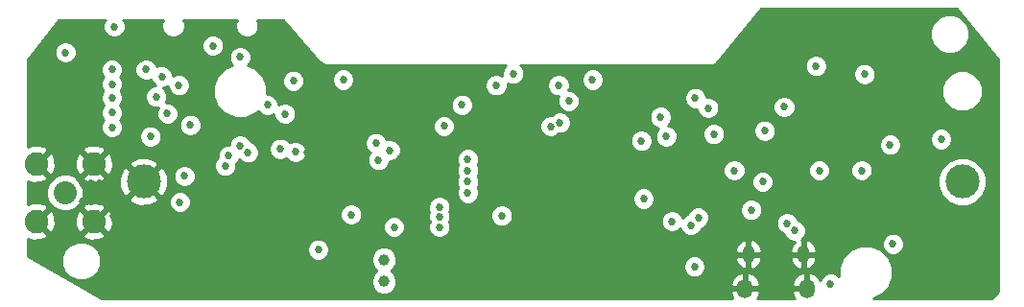
<source format=gbr>
G04 #@! TF.GenerationSoftware,KiCad,Pcbnew,5.0.2-bee76a0~70~ubuntu18.04.1*
G04 #@! TF.CreationDate,2019-04-01T00:38:36-04:00*
G04 #@! TF.ProjectId,L-Clip-V0,4c2d436c-6970-42d5-9630-2e6b69636164,rev?*
G04 #@! TF.SameCoordinates,Original*
G04 #@! TF.FileFunction,Copper,L2,Inr*
G04 #@! TF.FilePolarity,Positive*
%FSLAX46Y46*%
G04 Gerber Fmt 4.6, Leading zero omitted, Abs format (unit mm)*
G04 Created by KiCad (PCBNEW 5.0.2-bee76a0~70~ubuntu18.04.1) date Mon 01 Apr 2019 12:38:36 AM EDT*
%MOMM*%
%LPD*%
G01*
G04 APERTURE LIST*
G04 #@! TA.AperFunction,ViaPad*
%ADD10C,2.082800*%
G04 #@! TD*
G04 #@! TA.AperFunction,ViaPad*
%ADD11C,2.032000*%
G04 #@! TD*
G04 #@! TA.AperFunction,ViaPad*
%ADD12O,1.100000X1.500000*%
G04 #@! TD*
G04 #@! TA.AperFunction,ViaPad*
%ADD13O,1.350000X1.700000*%
G04 #@! TD*
G04 #@! TA.AperFunction,ViaPad*
%ADD14C,1.000000*%
G04 #@! TD*
G04 #@! TA.AperFunction,ViaPad*
%ADD15C,3.000000*%
G04 #@! TD*
G04 #@! TA.AperFunction,ViaPad*
%ADD16C,0.685800*%
G04 #@! TD*
G04 #@! TA.AperFunction,Conductor*
%ADD17C,0.254000*%
G04 #@! TD*
G04 APERTURE END LIST*
D10*
G04 #@! TO.N,GND*
G04 #@! TO.C,J1*
X108420000Y-95500000D03*
X113500000Y-95500000D03*
X113500000Y-90420000D03*
X108420000Y-90420000D03*
D11*
G04 #@! TO.N,Net-(C29-Pad1)*
X110960000Y-92960000D03*
G04 #@! TD*
D12*
G04 #@! TO.N,GND*
G04 #@! TO.C,J3*
X171255000Y-98415000D03*
X176095000Y-98415000D03*
D13*
X170945000Y-101415000D03*
X176405000Y-101415000D03*
G04 #@! TD*
D14*
G04 #@! TO.N,Net-(C31-Pad1)*
G04 #@! TO.C,Y3*
X139100000Y-98900000D03*
G04 #@! TO.N,Net-(C30-Pad1)*
X139100000Y-100800000D03*
G04 #@! TD*
D15*
G04 #@! TO.N,+BATT*
G04 #@! TO.C,BT1*
X190110000Y-92000000D03*
G04 #@! TO.N,GND*
X117890000Y-92000000D03*
G04 #@! TD*
D16*
G04 #@! TO.N,GND*
X166400000Y-90600000D03*
X165200000Y-90600000D03*
X166400000Y-89500000D03*
X165200000Y-89500000D03*
X130200000Y-91600000D03*
X129200000Y-91600000D03*
X128100000Y-91600000D03*
X128100000Y-93800000D03*
X130200000Y-93800000D03*
X129200000Y-93800000D03*
X130200000Y-92700000D03*
X128100000Y-92700000D03*
X152100000Y-89400000D03*
X150500000Y-89400000D03*
X148900000Y-89400000D03*
X148900000Y-91000000D03*
X152100000Y-92600000D03*
X150500000Y-92600000D03*
X148900000Y-92600000D03*
X152100000Y-91000000D03*
X150500000Y-91000000D03*
X186100000Y-86200000D03*
X186100000Y-85400000D03*
X186900000Y-85400000D03*
X186900000Y-86200000D03*
X185300000Y-86200000D03*
X185300000Y-85400000D03*
X135300000Y-85900000D03*
X122500000Y-94900000D03*
X126300000Y-99400000D03*
X138200000Y-96200000D03*
X179500000Y-83750000D03*
X174500000Y-82750000D03*
X184250000Y-81750000D03*
X183250000Y-83500000D03*
X187250000Y-99500000D03*
X184250000Y-94250000D03*
X168500000Y-94500000D03*
X162000000Y-84000000D03*
X186750000Y-92000000D03*
X162500000Y-90400000D03*
X120000000Y-95000000D03*
X171500000Y-89000000D03*
X109600000Y-79900000D03*
X121500000Y-79800000D03*
X128400000Y-79700000D03*
X130000000Y-99800000D03*
X143750000Y-101300000D03*
X132350000Y-89450000D03*
X134900000Y-90000000D03*
X134973468Y-96210430D03*
X128472164Y-86401484D03*
X129171884Y-92680861D03*
X163500000Y-94500000D03*
X137337918Y-85337919D03*
X147300000Y-85217690D03*
X135000000Y-97500000D03*
X177000000Y-95500000D03*
X177100000Y-85700000D03*
X112500000Y-93750000D03*
X113250000Y-93750000D03*
X114000000Y-93750000D03*
X112500000Y-92150000D03*
X113250000Y-92150000D03*
X114000000Y-92150000D03*
X114750000Y-92150000D03*
X115450000Y-92600000D03*
X115950000Y-93300000D03*
X114700000Y-94300000D03*
X115200000Y-95000000D03*
X116450000Y-94000000D03*
X115700000Y-95700000D03*
X116200000Y-96400000D03*
X116750000Y-97150000D03*
X117000000Y-94700000D03*
X117450000Y-95400000D03*
X117950000Y-96100000D03*
X118450000Y-96800000D03*
X117200000Y-97850000D03*
X117750000Y-98550000D03*
X118050000Y-99350000D03*
X118050000Y-100150000D03*
X118050000Y-100900000D03*
X118600000Y-95400000D03*
X118600000Y-94650000D03*
X119350000Y-94300000D03*
X118850000Y-101550000D03*
X119600000Y-101550000D03*
X120350000Y-101550000D03*
X177090000Y-84900000D03*
G04 #@! TO.N,+3V3*
X172700000Y-87500000D03*
X111000000Y-80600000D03*
X133300000Y-98000000D03*
X136200000Y-94900000D03*
X131291082Y-89379411D03*
X128815559Y-85229609D03*
X121100000Y-93800000D03*
X115300000Y-78300000D03*
X138600000Y-90099989D03*
X145969066Y-85217690D03*
G04 #@! TO.N,TCXO_POWER*
X149000000Y-83500000D03*
X135500000Y-83000000D03*
G04 #@! TO.N,ADC_DIVIDER*
X144000000Y-94244601D03*
X164500000Y-95500000D03*
X166500000Y-99500000D03*
X184000000Y-97500000D03*
G04 #@! TO.N,Net-(J2-Pad2)*
X115100000Y-87200000D03*
G04 #@! TO.N,Net-(J2-Pad4)*
X115100000Y-85900000D03*
G04 #@! TO.N,Net-(J2-Pad6)*
X115100000Y-84600000D03*
G04 #@! TO.N,Net-(J2-Pad8)*
X115100000Y-83400000D03*
G04 #@! TO.N,Net-(J2-Pad10)*
X115100000Y-82100000D03*
G04 #@! TO.N,/ESP32/MTCK*
X120000000Y-86000000D03*
X146500000Y-92000000D03*
G04 #@! TO.N,/ESP32/MTMS*
X122000000Y-87000000D03*
X146500000Y-90000000D03*
G04 #@! TO.N,/ESP32/MTDO*
X119000000Y-84500000D03*
X146500000Y-93000000D03*
G04 #@! TO.N,/ESP32/MTDI*
X121000000Y-83500000D03*
X146500000Y-91000000D03*
G04 #@! TO.N,/ESP32/STATUS_LED_RED*
X119500000Y-82722300D03*
X150500000Y-82477700D03*
G04 #@! TO.N,/ESP32/STATUS_LED_GREEN*
X118500000Y-88000000D03*
X149500000Y-95000000D03*
G04 #@! TO.N,/ESP32/BUTTON*
X140000000Y-96000000D03*
X121500000Y-91500000D03*
G04 #@! TO.N,ADC_ENABLE*
X144000000Y-95082804D03*
X178500000Y-101000000D03*
G04 #@! TO.N,TURBO_CHARGE*
X144000000Y-96000000D03*
X181500000Y-82500000D03*
G04 #@! TO.N,CC12XX_RESET*
X131100000Y-83100000D03*
X154500000Y-83500000D03*
G04 #@! TO.N,CC12XX_GPIO3*
X139600000Y-89222310D03*
X129950610Y-89100000D03*
G04 #@! TO.N,CC12XX_GPIO2*
X138400000Y-88600000D03*
X130360696Y-86019385D03*
G04 #@! TO.N,CC12XX_MOSI*
X126400000Y-81000000D03*
X157500000Y-83000000D03*
G04 #@! TO.N,CC12XX_SCLK*
X127102235Y-89416976D03*
X154600000Y-86800000D03*
G04 #@! TO.N,CC12XX_MISO*
X155400000Y-84900000D03*
X126400000Y-88800000D03*
G04 #@! TO.N,CC12XX_GPIO0*
X144400000Y-87100000D03*
X125400000Y-89700000D03*
G04 #@! TO.N,CC12XX_CS*
X125100000Y-90600000D03*
X153813971Y-87104897D03*
G04 #@! TO.N,USB_D-*
X174669144Y-95669144D03*
X166830856Y-95169144D03*
G04 #@! TO.N,USB_D+*
X175330856Y-96330856D03*
X166169144Y-95830856D03*
G04 #@! TO.N,Net-(R27-Pad1)*
X177200000Y-81800000D03*
X174400000Y-85400000D03*
G04 #@! TO.N,ESP32_EN*
X118100000Y-82100000D03*
X124000000Y-80000000D03*
G04 #@! TO.N,V_USB*
X177500000Y-91000000D03*
X181250000Y-91000000D03*
X183750000Y-88750000D03*
X188250000Y-88250000D03*
X170000000Y-91000000D03*
X172500000Y-92000000D03*
G04 #@! TO.N,/ESP32-Programmer/FTDI_3V*
X164000000Y-88000000D03*
X171500000Y-94500000D03*
G04 #@! TO.N,ESP32_GPIO0*
X166567463Y-84622300D03*
X162000000Y-93500000D03*
G04 #@! TO.N,Net-(Q3-Pad5)*
X163500000Y-86300000D03*
X167700000Y-85500000D03*
G04 #@! TO.N,UART_RXD*
X161800000Y-88400000D03*
X168200000Y-87800000D03*
G04 #@! TD*
D17*
G04 #@! TO.N,GND*
G36*
X193290001Y-81249056D02*
X193290000Y-101705908D01*
X192705910Y-102290000D01*
X182238428Y-102290000D01*
X182936833Y-102000711D01*
X183600711Y-101336833D01*
X183960000Y-100469433D01*
X183960000Y-99530567D01*
X183600711Y-98663167D01*
X182936833Y-97999289D01*
X182069433Y-97640000D01*
X181130567Y-97640000D01*
X180263167Y-97999289D01*
X179599289Y-98663167D01*
X179240000Y-99530567D01*
X179240000Y-100357041D01*
X179053936Y-100170977D01*
X178694516Y-100022100D01*
X178305484Y-100022100D01*
X177946064Y-100170977D01*
X177670977Y-100446064D01*
X177575604Y-100676315D01*
X177549018Y-100595241D01*
X177215196Y-100206524D01*
X176758029Y-99975144D01*
X176734400Y-99972090D01*
X176532000Y-100095776D01*
X176532000Y-101288000D01*
X176552000Y-101288000D01*
X176552000Y-101542000D01*
X176532000Y-101542000D01*
X176532000Y-101562000D01*
X176278000Y-101562000D01*
X176278000Y-101542000D01*
X175251429Y-101542000D01*
X175101327Y-101747883D01*
X175260982Y-102234759D01*
X175308422Y-102290000D01*
X172041578Y-102290000D01*
X172089018Y-102234759D01*
X172248673Y-101747883D01*
X172098571Y-101542000D01*
X171072000Y-101542000D01*
X171072000Y-101562000D01*
X170818000Y-101562000D01*
X170818000Y-101542000D01*
X169791429Y-101542000D01*
X169641327Y-101747883D01*
X169800982Y-102234759D01*
X169848422Y-102290000D01*
X114188551Y-102290000D01*
X107827102Y-98654887D01*
X110665000Y-98654887D01*
X110665000Y-99345113D01*
X110929138Y-99982799D01*
X111417201Y-100470862D01*
X112054887Y-100735000D01*
X112745113Y-100735000D01*
X113382799Y-100470862D01*
X113870862Y-99982799D01*
X114135000Y-99345113D01*
X114135000Y-98654887D01*
X113870862Y-98017201D01*
X113659145Y-97805484D01*
X132322100Y-97805484D01*
X132322100Y-98194516D01*
X132470977Y-98553936D01*
X132746064Y-98829023D01*
X133105484Y-98977900D01*
X133494516Y-98977900D01*
X133853936Y-98829023D01*
X134008725Y-98674234D01*
X137965000Y-98674234D01*
X137965000Y-99125766D01*
X138137793Y-99542926D01*
X138444867Y-99850000D01*
X138137793Y-100157074D01*
X137965000Y-100574234D01*
X137965000Y-101025766D01*
X138137793Y-101442926D01*
X138457074Y-101762207D01*
X138874234Y-101935000D01*
X139325766Y-101935000D01*
X139742926Y-101762207D01*
X140062207Y-101442926D01*
X140211658Y-101082117D01*
X169641327Y-101082117D01*
X169791429Y-101288000D01*
X170818000Y-101288000D01*
X170818000Y-100095776D01*
X171072000Y-100095776D01*
X171072000Y-101288000D01*
X172098571Y-101288000D01*
X172248673Y-101082117D01*
X175101327Y-101082117D01*
X175251429Y-101288000D01*
X176278000Y-101288000D01*
X176278000Y-100095776D01*
X176075600Y-99972090D01*
X176051971Y-99975144D01*
X175594804Y-100206524D01*
X175260982Y-100595241D01*
X175101327Y-101082117D01*
X172248673Y-101082117D01*
X172089018Y-100595241D01*
X171755196Y-100206524D01*
X171298029Y-99975144D01*
X171274400Y-99972090D01*
X171072000Y-100095776D01*
X170818000Y-100095776D01*
X170615600Y-99972090D01*
X170591971Y-99975144D01*
X170134804Y-100206524D01*
X169800982Y-100595241D01*
X169641327Y-101082117D01*
X140211658Y-101082117D01*
X140235000Y-101025766D01*
X140235000Y-100574234D01*
X140062207Y-100157074D01*
X139755133Y-99850000D01*
X140062207Y-99542926D01*
X140160558Y-99305484D01*
X165522100Y-99305484D01*
X165522100Y-99694516D01*
X165670977Y-100053936D01*
X165946064Y-100329023D01*
X166305484Y-100477900D01*
X166694516Y-100477900D01*
X167053936Y-100329023D01*
X167329023Y-100053936D01*
X167477900Y-99694516D01*
X167477900Y-99305484D01*
X167329023Y-98946064D01*
X167111842Y-98728883D01*
X170069320Y-98728883D01*
X170203156Y-99173954D01*
X170497125Y-99533929D01*
X170906474Y-99754006D01*
X170945256Y-99758803D01*
X171128000Y-99633361D01*
X171128000Y-98542000D01*
X171382000Y-98542000D01*
X171382000Y-99633361D01*
X171564744Y-99758803D01*
X171603526Y-99754006D01*
X172012875Y-99533929D01*
X172306844Y-99173954D01*
X172440680Y-98728883D01*
X174909320Y-98728883D01*
X175043156Y-99173954D01*
X175337125Y-99533929D01*
X175746474Y-99754006D01*
X175785256Y-99758803D01*
X175968000Y-99633361D01*
X175968000Y-98542000D01*
X176222000Y-98542000D01*
X176222000Y-99633361D01*
X176404744Y-99758803D01*
X176443526Y-99754006D01*
X176852875Y-99533929D01*
X177146844Y-99173954D01*
X177280680Y-98728883D01*
X177125148Y-98542000D01*
X176222000Y-98542000D01*
X175968000Y-98542000D01*
X175064852Y-98542000D01*
X174909320Y-98728883D01*
X172440680Y-98728883D01*
X172285148Y-98542000D01*
X171382000Y-98542000D01*
X171128000Y-98542000D01*
X170224852Y-98542000D01*
X170069320Y-98728883D01*
X167111842Y-98728883D01*
X167053936Y-98670977D01*
X166694516Y-98522100D01*
X166305484Y-98522100D01*
X165946064Y-98670977D01*
X165670977Y-98946064D01*
X165522100Y-99305484D01*
X140160558Y-99305484D01*
X140235000Y-99125766D01*
X140235000Y-98674234D01*
X140062207Y-98257074D01*
X139906250Y-98101117D01*
X170069320Y-98101117D01*
X170224852Y-98288000D01*
X171128000Y-98288000D01*
X171128000Y-97196639D01*
X171382000Y-97196639D01*
X171382000Y-98288000D01*
X172285148Y-98288000D01*
X172440680Y-98101117D01*
X172306844Y-97656046D01*
X172012875Y-97296071D01*
X171603526Y-97075994D01*
X171564744Y-97071197D01*
X171382000Y-97196639D01*
X171128000Y-97196639D01*
X170945256Y-97071197D01*
X170906474Y-97075994D01*
X170497125Y-97296071D01*
X170203156Y-97656046D01*
X170069320Y-98101117D01*
X139906250Y-98101117D01*
X139742926Y-97937793D01*
X139325766Y-97765000D01*
X138874234Y-97765000D01*
X138457074Y-97937793D01*
X138137793Y-98257074D01*
X137965000Y-98674234D01*
X134008725Y-98674234D01*
X134129023Y-98553936D01*
X134277900Y-98194516D01*
X134277900Y-97805484D01*
X134129023Y-97446064D01*
X133853936Y-97170977D01*
X133494516Y-97022100D01*
X133105484Y-97022100D01*
X132746064Y-97170977D01*
X132470977Y-97446064D01*
X132322100Y-97805484D01*
X113659145Y-97805484D01*
X113382799Y-97529138D01*
X112745113Y-97265000D01*
X112054887Y-97265000D01*
X111417201Y-97529138D01*
X110929138Y-98017201D01*
X110665000Y-98654887D01*
X107827102Y-98654887D01*
X107710000Y-98587972D01*
X107710000Y-97024310D01*
X108145580Y-97187070D01*
X108812082Y-97163665D01*
X109319145Y-96953633D01*
X109422878Y-96682483D01*
X112497122Y-96682483D01*
X112600855Y-96953633D01*
X113225580Y-97187070D01*
X113892082Y-97163665D01*
X114399145Y-96953633D01*
X114502878Y-96682483D01*
X113500000Y-95679605D01*
X112497122Y-96682483D01*
X109422878Y-96682483D01*
X108420000Y-95679605D01*
X108405858Y-95693748D01*
X108226253Y-95514143D01*
X108240395Y-95500000D01*
X108599605Y-95500000D01*
X109602483Y-96502878D01*
X109873633Y-96399145D01*
X110107070Y-95774420D01*
X110087797Y-95225580D01*
X111812930Y-95225580D01*
X111836335Y-95892082D01*
X112046367Y-96399145D01*
X112317517Y-96502878D01*
X113320395Y-95500000D01*
X113679605Y-95500000D01*
X114682483Y-96502878D01*
X114953633Y-96399145D01*
X115187070Y-95774420D01*
X115163665Y-95107918D01*
X114953633Y-94600855D01*
X114682483Y-94497122D01*
X113679605Y-95500000D01*
X113320395Y-95500000D01*
X112317517Y-94497122D01*
X112046367Y-94600855D01*
X111812930Y-95225580D01*
X110087797Y-95225580D01*
X110083665Y-95107918D01*
X109873633Y-94600855D01*
X109602483Y-94497122D01*
X108599605Y-95500000D01*
X108240395Y-95500000D01*
X108226253Y-95485858D01*
X108405858Y-95306253D01*
X108420000Y-95320395D01*
X109422878Y-94317517D01*
X109319145Y-94046367D01*
X108694420Y-93812930D01*
X108027918Y-93836335D01*
X107710000Y-93968021D01*
X107710000Y-92631596D01*
X109309000Y-92631596D01*
X109309000Y-93288404D01*
X109560350Y-93895216D01*
X110024784Y-94359650D01*
X110631596Y-94611000D01*
X111288404Y-94611000D01*
X111895216Y-94359650D01*
X111937349Y-94317517D01*
X112497122Y-94317517D01*
X113500000Y-95320395D01*
X114502878Y-94317517D01*
X114399145Y-94046367D01*
X113774420Y-93812930D01*
X113107918Y-93836335D01*
X112600855Y-94046367D01*
X112497122Y-94317517D01*
X111937349Y-94317517D01*
X112359650Y-93895216D01*
X112517567Y-93513970D01*
X116555635Y-93513970D01*
X116715418Y-93832739D01*
X117506187Y-94142723D01*
X118355387Y-94126497D01*
X119064582Y-93832739D01*
X119178493Y-93605484D01*
X120122100Y-93605484D01*
X120122100Y-93994516D01*
X120270977Y-94353936D01*
X120546064Y-94629023D01*
X120905484Y-94777900D01*
X121294516Y-94777900D01*
X121469343Y-94705484D01*
X135222100Y-94705484D01*
X135222100Y-95094516D01*
X135370977Y-95453936D01*
X135646064Y-95729023D01*
X136005484Y-95877900D01*
X136394516Y-95877900D01*
X136569343Y-95805484D01*
X139022100Y-95805484D01*
X139022100Y-96194516D01*
X139170977Y-96553936D01*
X139446064Y-96829023D01*
X139805484Y-96977900D01*
X140194516Y-96977900D01*
X140553936Y-96829023D01*
X140829023Y-96553936D01*
X140977900Y-96194516D01*
X140977900Y-95805484D01*
X140829023Y-95446064D01*
X140553936Y-95170977D01*
X140194516Y-95022100D01*
X139805484Y-95022100D01*
X139446064Y-95170977D01*
X139170977Y-95446064D01*
X139022100Y-95805484D01*
X136569343Y-95805484D01*
X136753936Y-95729023D01*
X137029023Y-95453936D01*
X137177900Y-95094516D01*
X137177900Y-94705484D01*
X137029023Y-94346064D01*
X136753936Y-94070977D01*
X136703499Y-94050085D01*
X143022100Y-94050085D01*
X143022100Y-94439117D01*
X143115127Y-94663703D01*
X143022100Y-94888288D01*
X143022100Y-95277320D01*
X143131487Y-95541402D01*
X143022100Y-95805484D01*
X143022100Y-96194516D01*
X143170977Y-96553936D01*
X143446064Y-96829023D01*
X143805484Y-96977900D01*
X144194516Y-96977900D01*
X144553936Y-96829023D01*
X144829023Y-96553936D01*
X144977900Y-96194516D01*
X144977900Y-95805484D01*
X144868513Y-95541402D01*
X144977900Y-95277320D01*
X144977900Y-94888288D01*
X144943602Y-94805484D01*
X148522100Y-94805484D01*
X148522100Y-95194516D01*
X148670977Y-95553936D01*
X148946064Y-95829023D01*
X149305484Y-95977900D01*
X149694516Y-95977900D01*
X150053936Y-95829023D01*
X150329023Y-95553936D01*
X150431935Y-95305484D01*
X163522100Y-95305484D01*
X163522100Y-95694516D01*
X163670977Y-96053936D01*
X163946064Y-96329023D01*
X164305484Y-96477900D01*
X164694516Y-96477900D01*
X165053936Y-96329023D01*
X165239965Y-96142994D01*
X165340121Y-96384792D01*
X165615208Y-96659879D01*
X165974628Y-96808756D01*
X166363660Y-96808756D01*
X166723080Y-96659879D01*
X166998167Y-96384792D01*
X167111407Y-96111407D01*
X167384792Y-95998167D01*
X167659879Y-95723080D01*
X167808756Y-95363660D01*
X167808756Y-94974628D01*
X167659879Y-94615208D01*
X167384792Y-94340121D01*
X167301172Y-94305484D01*
X170522100Y-94305484D01*
X170522100Y-94694516D01*
X170670977Y-95053936D01*
X170946064Y-95329023D01*
X171305484Y-95477900D01*
X171694516Y-95477900D01*
X171702415Y-95474628D01*
X173691244Y-95474628D01*
X173691244Y-95863660D01*
X173840121Y-96223080D01*
X174115208Y-96498167D01*
X174388593Y-96611407D01*
X174501833Y-96884792D01*
X174776920Y-97159879D01*
X175136340Y-97308756D01*
X175326766Y-97308756D01*
X175043156Y-97656046D01*
X174909320Y-98101117D01*
X175064852Y-98288000D01*
X175968000Y-98288000D01*
X175968000Y-97196639D01*
X176222000Y-97196639D01*
X176222000Y-98288000D01*
X177125148Y-98288000D01*
X177280680Y-98101117D01*
X177146844Y-97656046D01*
X176860563Y-97305484D01*
X183022100Y-97305484D01*
X183022100Y-97694516D01*
X183170977Y-98053936D01*
X183446064Y-98329023D01*
X183805484Y-98477900D01*
X184194516Y-98477900D01*
X184553936Y-98329023D01*
X184829023Y-98053936D01*
X184977900Y-97694516D01*
X184977900Y-97305484D01*
X184829023Y-96946064D01*
X184553936Y-96670977D01*
X184194516Y-96522100D01*
X183805484Y-96522100D01*
X183446064Y-96670977D01*
X183170977Y-96946064D01*
X183022100Y-97305484D01*
X176860563Y-97305484D01*
X176852875Y-97296071D01*
X176443526Y-97075994D01*
X176404744Y-97071197D01*
X176222000Y-97196639D01*
X175968000Y-97196639D01*
X175896863Y-97147808D01*
X176159879Y-96884792D01*
X176308756Y-96525372D01*
X176308756Y-96136340D01*
X176159879Y-95776920D01*
X175884792Y-95501833D01*
X175611407Y-95388593D01*
X175498167Y-95115208D01*
X175223080Y-94840121D01*
X174863660Y-94691244D01*
X174474628Y-94691244D01*
X174115208Y-94840121D01*
X173840121Y-95115208D01*
X173691244Y-95474628D01*
X171702415Y-95474628D01*
X172053936Y-95329023D01*
X172329023Y-95053936D01*
X172477900Y-94694516D01*
X172477900Y-94305484D01*
X172329023Y-93946064D01*
X172053936Y-93670977D01*
X171694516Y-93522100D01*
X171305484Y-93522100D01*
X170946064Y-93670977D01*
X170670977Y-93946064D01*
X170522100Y-94305484D01*
X167301172Y-94305484D01*
X167025372Y-94191244D01*
X166636340Y-94191244D01*
X166276920Y-94340121D01*
X166001833Y-94615208D01*
X165888593Y-94888593D01*
X165615208Y-95001833D01*
X165429179Y-95187862D01*
X165329023Y-94946064D01*
X165053936Y-94670977D01*
X164694516Y-94522100D01*
X164305484Y-94522100D01*
X163946064Y-94670977D01*
X163670977Y-94946064D01*
X163522100Y-95305484D01*
X150431935Y-95305484D01*
X150477900Y-95194516D01*
X150477900Y-94805484D01*
X150329023Y-94446064D01*
X150053936Y-94170977D01*
X149694516Y-94022100D01*
X149305484Y-94022100D01*
X148946064Y-94170977D01*
X148670977Y-94446064D01*
X148522100Y-94805484D01*
X144943602Y-94805484D01*
X144884873Y-94663703D01*
X144977900Y-94439117D01*
X144977900Y-94050085D01*
X144829023Y-93690665D01*
X144553936Y-93415578D01*
X144194516Y-93266701D01*
X143805484Y-93266701D01*
X143446064Y-93415578D01*
X143170977Y-93690665D01*
X143022100Y-94050085D01*
X136703499Y-94050085D01*
X136394516Y-93922100D01*
X136005484Y-93922100D01*
X135646064Y-94070977D01*
X135370977Y-94346064D01*
X135222100Y-94705484D01*
X121469343Y-94705484D01*
X121653936Y-94629023D01*
X121929023Y-94353936D01*
X122077900Y-93994516D01*
X122077900Y-93605484D01*
X121929023Y-93246064D01*
X121653936Y-92970977D01*
X121294516Y-92822100D01*
X120905484Y-92822100D01*
X120546064Y-92970977D01*
X120270977Y-93246064D01*
X120122100Y-93605484D01*
X119178493Y-93605484D01*
X119224365Y-93513970D01*
X117890000Y-92179605D01*
X116555635Y-93513970D01*
X112517567Y-93513970D01*
X112611000Y-93288404D01*
X112611000Y-92631596D01*
X112359650Y-92024784D01*
X111937349Y-91602483D01*
X112497122Y-91602483D01*
X112600855Y-91873633D01*
X113225580Y-92107070D01*
X113892082Y-92083665D01*
X114399145Y-91873633D01*
X114497635Y-91616187D01*
X115747277Y-91616187D01*
X115763503Y-92465387D01*
X116057261Y-93174582D01*
X116376030Y-93334365D01*
X117710395Y-92000000D01*
X118069605Y-92000000D01*
X119403970Y-93334365D01*
X119722739Y-93174582D01*
X120032723Y-92383813D01*
X120016497Y-91534613D01*
X119921589Y-91305484D01*
X120522100Y-91305484D01*
X120522100Y-91694516D01*
X120670977Y-92053936D01*
X120946064Y-92329023D01*
X121305484Y-92477900D01*
X121694516Y-92477900D01*
X122053936Y-92329023D01*
X122329023Y-92053936D01*
X122477900Y-91694516D01*
X122477900Y-91305484D01*
X122329023Y-90946064D01*
X122053936Y-90670977D01*
X121694516Y-90522100D01*
X121305484Y-90522100D01*
X120946064Y-90670977D01*
X120670977Y-90946064D01*
X120522100Y-91305484D01*
X119921589Y-91305484D01*
X119722739Y-90825418D01*
X119403970Y-90665635D01*
X118069605Y-92000000D01*
X117710395Y-92000000D01*
X116376030Y-90665635D01*
X116057261Y-90825418D01*
X115747277Y-91616187D01*
X114497635Y-91616187D01*
X114502878Y-91602483D01*
X113500000Y-90599605D01*
X112497122Y-91602483D01*
X111937349Y-91602483D01*
X111895216Y-91560350D01*
X111288404Y-91309000D01*
X110631596Y-91309000D01*
X110024784Y-91560350D01*
X109560350Y-92024784D01*
X109309000Y-92631596D01*
X107710000Y-92631596D01*
X107710000Y-91944310D01*
X108145580Y-92107070D01*
X108812082Y-92083665D01*
X109319145Y-91873633D01*
X109422878Y-91602483D01*
X108420000Y-90599605D01*
X108405858Y-90613748D01*
X108226253Y-90434143D01*
X108240395Y-90420000D01*
X108599605Y-90420000D01*
X109602483Y-91422878D01*
X109873633Y-91319145D01*
X110107070Y-90694420D01*
X110087797Y-90145580D01*
X111812930Y-90145580D01*
X111836335Y-90812082D01*
X112046367Y-91319145D01*
X112317517Y-91422878D01*
X113320395Y-90420000D01*
X113679605Y-90420000D01*
X114682483Y-91422878D01*
X114953633Y-91319145D01*
X115187070Y-90694420D01*
X115179753Y-90486030D01*
X116555635Y-90486030D01*
X117890000Y-91820395D01*
X119224365Y-90486030D01*
X119183992Y-90405484D01*
X124122100Y-90405484D01*
X124122100Y-90794516D01*
X124270977Y-91153936D01*
X124546064Y-91429023D01*
X124905484Y-91577900D01*
X125294516Y-91577900D01*
X125653936Y-91429023D01*
X125929023Y-91153936D01*
X126077900Y-90794516D01*
X126077900Y-90405484D01*
X126077776Y-90405183D01*
X126229023Y-90253936D01*
X126324862Y-90022562D01*
X126548299Y-90245999D01*
X126907719Y-90394876D01*
X127296751Y-90394876D01*
X127656171Y-90245999D01*
X127931258Y-89970912D01*
X128080135Y-89611492D01*
X128080135Y-89222460D01*
X127948839Y-88905484D01*
X128972710Y-88905484D01*
X128972710Y-89294516D01*
X129121587Y-89653936D01*
X129396674Y-89929023D01*
X129756094Y-90077900D01*
X130145126Y-90077900D01*
X130471446Y-89942734D01*
X130737146Y-90208434D01*
X131096566Y-90357311D01*
X131485598Y-90357311D01*
X131845018Y-90208434D01*
X132120105Y-89933347D01*
X132268982Y-89573927D01*
X132268982Y-89184895D01*
X132120105Y-88825475D01*
X131845018Y-88550388D01*
X131495190Y-88405484D01*
X137422100Y-88405484D01*
X137422100Y-88794516D01*
X137570977Y-89153936D01*
X137846064Y-89429023D01*
X137875722Y-89441308D01*
X137770977Y-89546053D01*
X137622100Y-89905473D01*
X137622100Y-90294505D01*
X137770977Y-90653925D01*
X138046064Y-90929012D01*
X138405484Y-91077889D01*
X138794516Y-91077889D01*
X139153936Y-90929012D01*
X139429023Y-90653925D01*
X139577900Y-90294505D01*
X139577900Y-90200210D01*
X139794516Y-90200210D01*
X140153936Y-90051333D01*
X140399785Y-89805484D01*
X145522100Y-89805484D01*
X145522100Y-90194516D01*
X145648636Y-90500000D01*
X145522100Y-90805484D01*
X145522100Y-91194516D01*
X145648636Y-91500000D01*
X145522100Y-91805484D01*
X145522100Y-92194516D01*
X145648636Y-92500000D01*
X145522100Y-92805484D01*
X145522100Y-93194516D01*
X145670977Y-93553936D01*
X145946064Y-93829023D01*
X146305484Y-93977900D01*
X146694516Y-93977900D01*
X147053936Y-93829023D01*
X147329023Y-93553936D01*
X147431935Y-93305484D01*
X161022100Y-93305484D01*
X161022100Y-93694516D01*
X161170977Y-94053936D01*
X161446064Y-94329023D01*
X161805484Y-94477900D01*
X162194516Y-94477900D01*
X162553936Y-94329023D01*
X162829023Y-94053936D01*
X162977900Y-93694516D01*
X162977900Y-93305484D01*
X162829023Y-92946064D01*
X162553936Y-92670977D01*
X162194516Y-92522100D01*
X161805484Y-92522100D01*
X161446064Y-92670977D01*
X161170977Y-92946064D01*
X161022100Y-93305484D01*
X147431935Y-93305484D01*
X147477900Y-93194516D01*
X147477900Y-92805484D01*
X147351364Y-92500000D01*
X147477900Y-92194516D01*
X147477900Y-91805484D01*
X147351364Y-91500000D01*
X147477900Y-91194516D01*
X147477900Y-90805484D01*
X169022100Y-90805484D01*
X169022100Y-91194516D01*
X169170977Y-91553936D01*
X169446064Y-91829023D01*
X169805484Y-91977900D01*
X170194516Y-91977900D01*
X170553936Y-91829023D01*
X170577475Y-91805484D01*
X171522100Y-91805484D01*
X171522100Y-92194516D01*
X171670977Y-92553936D01*
X171946064Y-92829023D01*
X172305484Y-92977900D01*
X172694516Y-92977900D01*
X173053936Y-92829023D01*
X173329023Y-92553936D01*
X173477900Y-92194516D01*
X173477900Y-91805484D01*
X173329023Y-91446064D01*
X173053936Y-91170977D01*
X172694516Y-91022100D01*
X172305484Y-91022100D01*
X171946064Y-91170977D01*
X171670977Y-91446064D01*
X171522100Y-91805484D01*
X170577475Y-91805484D01*
X170829023Y-91553936D01*
X170977900Y-91194516D01*
X170977900Y-90805484D01*
X176522100Y-90805484D01*
X176522100Y-91194516D01*
X176670977Y-91553936D01*
X176946064Y-91829023D01*
X177305484Y-91977900D01*
X177694516Y-91977900D01*
X178053936Y-91829023D01*
X178329023Y-91553936D01*
X178477900Y-91194516D01*
X178477900Y-90805484D01*
X180272100Y-90805484D01*
X180272100Y-91194516D01*
X180420977Y-91553936D01*
X180696064Y-91829023D01*
X181055484Y-91977900D01*
X181444516Y-91977900D01*
X181803936Y-91829023D01*
X182057637Y-91575322D01*
X187975000Y-91575322D01*
X187975000Y-92424678D01*
X188300034Y-93209380D01*
X188900620Y-93809966D01*
X189685322Y-94135000D01*
X190534678Y-94135000D01*
X191319380Y-93809966D01*
X191919966Y-93209380D01*
X192245000Y-92424678D01*
X192245000Y-91575322D01*
X191919966Y-90790620D01*
X191319380Y-90190034D01*
X190534678Y-89865000D01*
X189685322Y-89865000D01*
X188900620Y-90190034D01*
X188300034Y-90790620D01*
X187975000Y-91575322D01*
X182057637Y-91575322D01*
X182079023Y-91553936D01*
X182227900Y-91194516D01*
X182227900Y-90805484D01*
X182079023Y-90446064D01*
X181803936Y-90170977D01*
X181444516Y-90022100D01*
X181055484Y-90022100D01*
X180696064Y-90170977D01*
X180420977Y-90446064D01*
X180272100Y-90805484D01*
X178477900Y-90805484D01*
X178329023Y-90446064D01*
X178053936Y-90170977D01*
X177694516Y-90022100D01*
X177305484Y-90022100D01*
X176946064Y-90170977D01*
X176670977Y-90446064D01*
X176522100Y-90805484D01*
X170977900Y-90805484D01*
X170829023Y-90446064D01*
X170553936Y-90170977D01*
X170194516Y-90022100D01*
X169805484Y-90022100D01*
X169446064Y-90170977D01*
X169170977Y-90446064D01*
X169022100Y-90805484D01*
X147477900Y-90805484D01*
X147351364Y-90500000D01*
X147477900Y-90194516D01*
X147477900Y-89805484D01*
X147329023Y-89446064D01*
X147053936Y-89170977D01*
X146694516Y-89022100D01*
X146305484Y-89022100D01*
X145946064Y-89170977D01*
X145670977Y-89446064D01*
X145522100Y-89805484D01*
X140399785Y-89805484D01*
X140429023Y-89776246D01*
X140577900Y-89416826D01*
X140577900Y-89027794D01*
X140429023Y-88668374D01*
X140153936Y-88393287D01*
X139794516Y-88244410D01*
X139405484Y-88244410D01*
X139324991Y-88277751D01*
X139295057Y-88205484D01*
X160822100Y-88205484D01*
X160822100Y-88594516D01*
X160970977Y-88953936D01*
X161246064Y-89229023D01*
X161605484Y-89377900D01*
X161994516Y-89377900D01*
X162353936Y-89229023D01*
X162629023Y-88953936D01*
X162777900Y-88594516D01*
X162777900Y-88205484D01*
X162629023Y-87846064D01*
X162353936Y-87570977D01*
X161994516Y-87422100D01*
X161605484Y-87422100D01*
X161246064Y-87570977D01*
X160970977Y-87846064D01*
X160822100Y-88205484D01*
X139295057Y-88205484D01*
X139229023Y-88046064D01*
X138953936Y-87770977D01*
X138594516Y-87622100D01*
X138205484Y-87622100D01*
X137846064Y-87770977D01*
X137570977Y-88046064D01*
X137422100Y-88405484D01*
X131495190Y-88405484D01*
X131485598Y-88401511D01*
X131096566Y-88401511D01*
X130770246Y-88536677D01*
X130504546Y-88270977D01*
X130145126Y-88122100D01*
X129756094Y-88122100D01*
X129396674Y-88270977D01*
X129121587Y-88546064D01*
X128972710Y-88905484D01*
X127948839Y-88905484D01*
X127931258Y-88863040D01*
X127656171Y-88587953D01*
X127311502Y-88445186D01*
X127229023Y-88246064D01*
X126953936Y-87970977D01*
X126594516Y-87822100D01*
X126205484Y-87822100D01*
X125846064Y-87970977D01*
X125570977Y-88246064D01*
X125422100Y-88605484D01*
X125422100Y-88722100D01*
X125205484Y-88722100D01*
X124846064Y-88870977D01*
X124570977Y-89146064D01*
X124422100Y-89505484D01*
X124422100Y-89894516D01*
X124422224Y-89894817D01*
X124270977Y-90046064D01*
X124122100Y-90405484D01*
X119183992Y-90405484D01*
X119064582Y-90167261D01*
X118273813Y-89857277D01*
X117424613Y-89873503D01*
X116715418Y-90167261D01*
X116555635Y-90486030D01*
X115179753Y-90486030D01*
X115163665Y-90027918D01*
X114953633Y-89520855D01*
X114682483Y-89417122D01*
X113679605Y-90420000D01*
X113320395Y-90420000D01*
X112317517Y-89417122D01*
X112046367Y-89520855D01*
X111812930Y-90145580D01*
X110087797Y-90145580D01*
X110083665Y-90027918D01*
X109873633Y-89520855D01*
X109602483Y-89417122D01*
X108599605Y-90420000D01*
X108240395Y-90420000D01*
X108226253Y-90405858D01*
X108405858Y-90226253D01*
X108420000Y-90240395D01*
X109422878Y-89237517D01*
X112497122Y-89237517D01*
X113500000Y-90240395D01*
X114502878Y-89237517D01*
X114399145Y-88966367D01*
X113774420Y-88732930D01*
X113107918Y-88756335D01*
X112600855Y-88966367D01*
X112497122Y-89237517D01*
X109422878Y-89237517D01*
X109319145Y-88966367D01*
X108694420Y-88732930D01*
X108027918Y-88756335D01*
X107710000Y-88888021D01*
X107710000Y-81905484D01*
X114122100Y-81905484D01*
X114122100Y-82294516D01*
X114270977Y-82653936D01*
X114367041Y-82750000D01*
X114270977Y-82846064D01*
X114122100Y-83205484D01*
X114122100Y-83594516D01*
X114270977Y-83953936D01*
X114317041Y-84000000D01*
X114270977Y-84046064D01*
X114122100Y-84405484D01*
X114122100Y-84794516D01*
X114270977Y-85153936D01*
X114367041Y-85250000D01*
X114270977Y-85346064D01*
X114122100Y-85705484D01*
X114122100Y-86094516D01*
X114270977Y-86453936D01*
X114367041Y-86550000D01*
X114270977Y-86646064D01*
X114122100Y-87005484D01*
X114122100Y-87394516D01*
X114270977Y-87753936D01*
X114546064Y-88029023D01*
X114905484Y-88177900D01*
X115294516Y-88177900D01*
X115653936Y-88029023D01*
X115877475Y-87805484D01*
X117522100Y-87805484D01*
X117522100Y-88194516D01*
X117670977Y-88553936D01*
X117946064Y-88829023D01*
X118305484Y-88977900D01*
X118694516Y-88977900D01*
X119053936Y-88829023D01*
X119329023Y-88553936D01*
X119477900Y-88194516D01*
X119477900Y-87805484D01*
X119329023Y-87446064D01*
X119053936Y-87170977D01*
X118694516Y-87022100D01*
X118305484Y-87022100D01*
X117946064Y-87170977D01*
X117670977Y-87446064D01*
X117522100Y-87805484D01*
X115877475Y-87805484D01*
X115929023Y-87753936D01*
X116077900Y-87394516D01*
X116077900Y-87005484D01*
X115929023Y-86646064D01*
X115832959Y-86550000D01*
X115929023Y-86453936D01*
X116077900Y-86094516D01*
X116077900Y-85705484D01*
X115929023Y-85346064D01*
X115832959Y-85250000D01*
X115929023Y-85153936D01*
X116077900Y-84794516D01*
X116077900Y-84405484D01*
X115929023Y-84046064D01*
X115882959Y-84000000D01*
X115929023Y-83953936D01*
X116077900Y-83594516D01*
X116077900Y-83205484D01*
X115929023Y-82846064D01*
X115832959Y-82750000D01*
X115929023Y-82653936D01*
X116077900Y-82294516D01*
X116077900Y-81905484D01*
X117122100Y-81905484D01*
X117122100Y-82294516D01*
X117270977Y-82653936D01*
X117546064Y-82929023D01*
X117905484Y-83077900D01*
X118294516Y-83077900D01*
X118545723Y-82973846D01*
X118670977Y-83276236D01*
X118916841Y-83522100D01*
X118805484Y-83522100D01*
X118446064Y-83670977D01*
X118170977Y-83946064D01*
X118022100Y-84305484D01*
X118022100Y-84694516D01*
X118170977Y-85053936D01*
X118446064Y-85329023D01*
X118805484Y-85477900D01*
X119157790Y-85477900D01*
X119022100Y-85805484D01*
X119022100Y-86194516D01*
X119170977Y-86553936D01*
X119446064Y-86829023D01*
X119805484Y-86977900D01*
X120194516Y-86977900D01*
X120553936Y-86829023D01*
X120577475Y-86805484D01*
X121022100Y-86805484D01*
X121022100Y-87194516D01*
X121170977Y-87553936D01*
X121446064Y-87829023D01*
X121805484Y-87977900D01*
X122194516Y-87977900D01*
X122553936Y-87829023D01*
X122829023Y-87553936D01*
X122977900Y-87194516D01*
X122977900Y-86805484D01*
X122829023Y-86446064D01*
X122553936Y-86170977D01*
X122194516Y-86022100D01*
X121805484Y-86022100D01*
X121446064Y-86170977D01*
X121170977Y-86446064D01*
X121022100Y-86805484D01*
X120577475Y-86805484D01*
X120829023Y-86553936D01*
X120977900Y-86194516D01*
X120977900Y-85805484D01*
X120829023Y-85446064D01*
X120553936Y-85170977D01*
X120194516Y-85022100D01*
X119842210Y-85022100D01*
X119977900Y-84694516D01*
X119977900Y-84305484D01*
X119829023Y-83946064D01*
X119583159Y-83700200D01*
X119694516Y-83700200D01*
X120022100Y-83564510D01*
X120022100Y-83694516D01*
X120170977Y-84053936D01*
X120446064Y-84329023D01*
X120805484Y-84477900D01*
X121194516Y-84477900D01*
X121553936Y-84329023D01*
X121829023Y-84053936D01*
X121977900Y-83694516D01*
X121977900Y-83530567D01*
X124040000Y-83530567D01*
X124040000Y-84469433D01*
X124399289Y-85336833D01*
X125063167Y-86000711D01*
X125930567Y-86360000D01*
X126869433Y-86360000D01*
X127736833Y-86000711D01*
X127977006Y-85760538D01*
X127986536Y-85783545D01*
X128261623Y-86058632D01*
X128621043Y-86207509D01*
X129010075Y-86207509D01*
X129369495Y-86058632D01*
X129382796Y-86045331D01*
X129382796Y-86213901D01*
X129531673Y-86573321D01*
X129806760Y-86848408D01*
X130166180Y-86997285D01*
X130555212Y-86997285D01*
X130776838Y-86905484D01*
X143422100Y-86905484D01*
X143422100Y-87294516D01*
X143570977Y-87653936D01*
X143846064Y-87929023D01*
X144205484Y-88077900D01*
X144594516Y-88077900D01*
X144953936Y-87929023D01*
X145229023Y-87653936D01*
X145377900Y-87294516D01*
X145377900Y-86910381D01*
X152836071Y-86910381D01*
X152836071Y-87299413D01*
X152984948Y-87658833D01*
X153260035Y-87933920D01*
X153619455Y-88082797D01*
X154008487Y-88082797D01*
X154367907Y-87933920D01*
X154523927Y-87777900D01*
X154794516Y-87777900D01*
X155153936Y-87629023D01*
X155429023Y-87353936D01*
X155577900Y-86994516D01*
X155577900Y-86605484D01*
X155429023Y-86246064D01*
X155288443Y-86105484D01*
X162522100Y-86105484D01*
X162522100Y-86494516D01*
X162670977Y-86853936D01*
X162946064Y-87129023D01*
X163305484Y-87277900D01*
X163339141Y-87277900D01*
X163170977Y-87446064D01*
X163022100Y-87805484D01*
X163022100Y-88194516D01*
X163170977Y-88553936D01*
X163446064Y-88829023D01*
X163805484Y-88977900D01*
X164194516Y-88977900D01*
X164553936Y-88829023D01*
X164829023Y-88553936D01*
X164977900Y-88194516D01*
X164977900Y-87805484D01*
X164895058Y-87605484D01*
X167222100Y-87605484D01*
X167222100Y-87994516D01*
X167370977Y-88353936D01*
X167646064Y-88629023D01*
X168005484Y-88777900D01*
X168394516Y-88777900D01*
X168753936Y-88629023D01*
X168827475Y-88555484D01*
X182772100Y-88555484D01*
X182772100Y-88944516D01*
X182920977Y-89303936D01*
X183196064Y-89579023D01*
X183555484Y-89727900D01*
X183944516Y-89727900D01*
X184303936Y-89579023D01*
X184579023Y-89303936D01*
X184727900Y-88944516D01*
X184727900Y-88555484D01*
X184579023Y-88196064D01*
X184438443Y-88055484D01*
X187272100Y-88055484D01*
X187272100Y-88444516D01*
X187420977Y-88803936D01*
X187696064Y-89079023D01*
X188055484Y-89227900D01*
X188444516Y-89227900D01*
X188803936Y-89079023D01*
X189079023Y-88803936D01*
X189227900Y-88444516D01*
X189227900Y-88055484D01*
X189079023Y-87696064D01*
X188803936Y-87420977D01*
X188444516Y-87272100D01*
X188055484Y-87272100D01*
X187696064Y-87420977D01*
X187420977Y-87696064D01*
X187272100Y-88055484D01*
X184438443Y-88055484D01*
X184303936Y-87920977D01*
X183944516Y-87772100D01*
X183555484Y-87772100D01*
X183196064Y-87920977D01*
X182920977Y-88196064D01*
X182772100Y-88555484D01*
X168827475Y-88555484D01*
X169029023Y-88353936D01*
X169177900Y-87994516D01*
X169177900Y-87605484D01*
X169053636Y-87305484D01*
X171722100Y-87305484D01*
X171722100Y-87694516D01*
X171870977Y-88053936D01*
X172146064Y-88329023D01*
X172505484Y-88477900D01*
X172894516Y-88477900D01*
X173253936Y-88329023D01*
X173529023Y-88053936D01*
X173677900Y-87694516D01*
X173677900Y-87305484D01*
X173529023Y-86946064D01*
X173253936Y-86670977D01*
X172894516Y-86522100D01*
X172505484Y-86522100D01*
X172146064Y-86670977D01*
X171870977Y-86946064D01*
X171722100Y-87305484D01*
X169053636Y-87305484D01*
X169029023Y-87246064D01*
X168753936Y-86970977D01*
X168394516Y-86822100D01*
X168005484Y-86822100D01*
X167646064Y-86970977D01*
X167370977Y-87246064D01*
X167222100Y-87605484D01*
X164895058Y-87605484D01*
X164829023Y-87446064D01*
X164553936Y-87170977D01*
X164194516Y-87022100D01*
X164160859Y-87022100D01*
X164329023Y-86853936D01*
X164477900Y-86494516D01*
X164477900Y-86105484D01*
X164329023Y-85746064D01*
X164053936Y-85470977D01*
X163694516Y-85322100D01*
X163305484Y-85322100D01*
X162946064Y-85470977D01*
X162670977Y-85746064D01*
X162522100Y-86105484D01*
X155288443Y-86105484D01*
X155153936Y-85970977D01*
X154794516Y-85822100D01*
X154405484Y-85822100D01*
X154046064Y-85970977D01*
X153890044Y-86126997D01*
X153619455Y-86126997D01*
X153260035Y-86275874D01*
X152984948Y-86550961D01*
X152836071Y-86910381D01*
X145377900Y-86910381D01*
X145377900Y-86905484D01*
X145229023Y-86546064D01*
X144953936Y-86270977D01*
X144594516Y-86122100D01*
X144205484Y-86122100D01*
X143846064Y-86270977D01*
X143570977Y-86546064D01*
X143422100Y-86905484D01*
X130776838Y-86905484D01*
X130914632Y-86848408D01*
X131189719Y-86573321D01*
X131338596Y-86213901D01*
X131338596Y-85824869D01*
X131189719Y-85465449D01*
X130914632Y-85190362D01*
X130555212Y-85041485D01*
X130166180Y-85041485D01*
X129806760Y-85190362D01*
X129793459Y-85203663D01*
X129793459Y-85035093D01*
X129788522Y-85023174D01*
X144991166Y-85023174D01*
X144991166Y-85412206D01*
X145140043Y-85771626D01*
X145415130Y-86046713D01*
X145774550Y-86195590D01*
X146163582Y-86195590D01*
X146523002Y-86046713D01*
X146798089Y-85771626D01*
X146946966Y-85412206D01*
X146946966Y-85023174D01*
X146798089Y-84663754D01*
X146523002Y-84388667D01*
X146163582Y-84239790D01*
X145774550Y-84239790D01*
X145415130Y-84388667D01*
X145140043Y-84663754D01*
X144991166Y-85023174D01*
X129788522Y-85023174D01*
X129644582Y-84675673D01*
X129369495Y-84400586D01*
X129010075Y-84251709D01*
X128760000Y-84251709D01*
X128760000Y-83530567D01*
X128501083Y-82905484D01*
X130122100Y-82905484D01*
X130122100Y-83294516D01*
X130270977Y-83653936D01*
X130546064Y-83929023D01*
X130905484Y-84077900D01*
X131294516Y-84077900D01*
X131653936Y-83929023D01*
X131929023Y-83653936D01*
X132077900Y-83294516D01*
X132077900Y-82905484D01*
X132036479Y-82805484D01*
X134522100Y-82805484D01*
X134522100Y-83194516D01*
X134670977Y-83553936D01*
X134946064Y-83829023D01*
X135305484Y-83977900D01*
X135694516Y-83977900D01*
X136053936Y-83829023D01*
X136329023Y-83553936D01*
X136477900Y-83194516D01*
X136477900Y-82805484D01*
X136329023Y-82446064D01*
X136053936Y-82170977D01*
X135694516Y-82022100D01*
X135305484Y-82022100D01*
X134946064Y-82170977D01*
X134670977Y-82446064D01*
X134522100Y-82805484D01*
X132036479Y-82805484D01*
X131929023Y-82546064D01*
X131653936Y-82270977D01*
X131294516Y-82122100D01*
X130905484Y-82122100D01*
X130546064Y-82270977D01*
X130270977Y-82546064D01*
X130122100Y-82905484D01*
X128501083Y-82905484D01*
X128400711Y-82663167D01*
X127736833Y-81999289D01*
X127062845Y-81720114D01*
X127229023Y-81553936D01*
X127377900Y-81194516D01*
X127377900Y-80805484D01*
X127229023Y-80446064D01*
X126953936Y-80170977D01*
X126594516Y-80022100D01*
X126205484Y-80022100D01*
X125846064Y-80170977D01*
X125570977Y-80446064D01*
X125422100Y-80805484D01*
X125422100Y-81194516D01*
X125570977Y-81553936D01*
X125737155Y-81720114D01*
X125063167Y-81999289D01*
X124399289Y-82663167D01*
X124040000Y-83530567D01*
X121977900Y-83530567D01*
X121977900Y-83305484D01*
X121829023Y-82946064D01*
X121553936Y-82670977D01*
X121194516Y-82522100D01*
X120805484Y-82522100D01*
X120477900Y-82657790D01*
X120477900Y-82527784D01*
X120329023Y-82168364D01*
X120053936Y-81893277D01*
X119694516Y-81744400D01*
X119305484Y-81744400D01*
X119054277Y-81848454D01*
X118929023Y-81546064D01*
X118653936Y-81270977D01*
X118294516Y-81122100D01*
X117905484Y-81122100D01*
X117546064Y-81270977D01*
X117270977Y-81546064D01*
X117122100Y-81905484D01*
X116077900Y-81905484D01*
X115929023Y-81546064D01*
X115653936Y-81270977D01*
X115294516Y-81122100D01*
X114905484Y-81122100D01*
X114546064Y-81270977D01*
X114270977Y-81546064D01*
X114122100Y-81905484D01*
X107710000Y-81905484D01*
X107710000Y-81236665D01*
X108333386Y-80405484D01*
X110022100Y-80405484D01*
X110022100Y-80794516D01*
X110170977Y-81153936D01*
X110446064Y-81429023D01*
X110805484Y-81577900D01*
X111194516Y-81577900D01*
X111553936Y-81429023D01*
X111829023Y-81153936D01*
X111977900Y-80794516D01*
X111977900Y-80405484D01*
X111829023Y-80046064D01*
X111588443Y-79805484D01*
X123022100Y-79805484D01*
X123022100Y-80194516D01*
X123170977Y-80553936D01*
X123446064Y-80829023D01*
X123805484Y-80977900D01*
X124194516Y-80977900D01*
X124553936Y-80829023D01*
X124829023Y-80553936D01*
X124977900Y-80194516D01*
X124977900Y-79805484D01*
X124829023Y-79446064D01*
X124553936Y-79170977D01*
X124194516Y-79022100D01*
X123805484Y-79022100D01*
X123446064Y-79170977D01*
X123170977Y-79446064D01*
X123022100Y-79805484D01*
X111588443Y-79805484D01*
X111553936Y-79770977D01*
X111194516Y-79622100D01*
X110805484Y-79622100D01*
X110446064Y-79770977D01*
X110170977Y-80046064D01*
X110022100Y-80405484D01*
X108333386Y-80405484D01*
X110355000Y-77710000D01*
X114507041Y-77710000D01*
X114470977Y-77746064D01*
X114322100Y-78105484D01*
X114322100Y-78494516D01*
X114470977Y-78853936D01*
X114746064Y-79129023D01*
X115105484Y-79277900D01*
X115494516Y-79277900D01*
X115853936Y-79129023D01*
X116129023Y-78853936D01*
X116277900Y-78494516D01*
X116277900Y-78105484D01*
X116129023Y-77746064D01*
X116092959Y-77710000D01*
X119603399Y-77710000D01*
X119465000Y-78044126D01*
X119465000Y-78455874D01*
X119622569Y-78836280D01*
X119913720Y-79127431D01*
X120294126Y-79285000D01*
X120705874Y-79285000D01*
X121086280Y-79127431D01*
X121377431Y-78836280D01*
X121535000Y-78455874D01*
X121535000Y-78044126D01*
X121396601Y-77710000D01*
X126103399Y-77710000D01*
X125965000Y-78044126D01*
X125965000Y-78455874D01*
X126122569Y-78836280D01*
X126413720Y-79127431D01*
X126794126Y-79285000D01*
X127205874Y-79285000D01*
X127586280Y-79127431D01*
X127877431Y-78836280D01*
X128035000Y-78455874D01*
X128035000Y-78044126D01*
X127896601Y-77710000D01*
X130177825Y-77710000D01*
X133435293Y-81432821D01*
X133488119Y-81511881D01*
X133585887Y-81577207D01*
X133679097Y-81648896D01*
X133702672Y-81655241D01*
X133722972Y-81668805D01*
X133838306Y-81691746D01*
X133951846Y-81722305D01*
X134046128Y-81710000D01*
X149884741Y-81710000D01*
X149670977Y-81923764D01*
X149522100Y-82283184D01*
X149522100Y-82657790D01*
X149194516Y-82522100D01*
X148805484Y-82522100D01*
X148446064Y-82670977D01*
X148170977Y-82946064D01*
X148022100Y-83305484D01*
X148022100Y-83694516D01*
X148170977Y-84053936D01*
X148446064Y-84329023D01*
X148805484Y-84477900D01*
X149194516Y-84477900D01*
X149553936Y-84329023D01*
X149829023Y-84053936D01*
X149977900Y-83694516D01*
X149977900Y-83319910D01*
X150305484Y-83455600D01*
X150694516Y-83455600D01*
X151053936Y-83306723D01*
X151055175Y-83305484D01*
X153522100Y-83305484D01*
X153522100Y-83694516D01*
X153670977Y-84053936D01*
X153946064Y-84329023D01*
X154305484Y-84477900D01*
X154516369Y-84477900D01*
X154422100Y-84705484D01*
X154422100Y-85094516D01*
X154570977Y-85453936D01*
X154846064Y-85729023D01*
X155205484Y-85877900D01*
X155594516Y-85877900D01*
X155953936Y-85729023D01*
X156229023Y-85453936D01*
X156377900Y-85094516D01*
X156377900Y-84705484D01*
X156262873Y-84427784D01*
X165589563Y-84427784D01*
X165589563Y-84816816D01*
X165738440Y-85176236D01*
X166013527Y-85451323D01*
X166372947Y-85600200D01*
X166722100Y-85600200D01*
X166722100Y-85694516D01*
X166870977Y-86053936D01*
X167146064Y-86329023D01*
X167505484Y-86477900D01*
X167894516Y-86477900D01*
X168253936Y-86329023D01*
X168529023Y-86053936D01*
X168677900Y-85694516D01*
X168677900Y-85305484D01*
X168636479Y-85205484D01*
X173422100Y-85205484D01*
X173422100Y-85594516D01*
X173570977Y-85953936D01*
X173846064Y-86229023D01*
X174205484Y-86377900D01*
X174594516Y-86377900D01*
X174953936Y-86229023D01*
X175229023Y-85953936D01*
X175377900Y-85594516D01*
X175377900Y-85205484D01*
X175229023Y-84846064D01*
X174953936Y-84570977D01*
X174594516Y-84422100D01*
X174205484Y-84422100D01*
X173846064Y-84570977D01*
X173570977Y-84846064D01*
X173422100Y-85205484D01*
X168636479Y-85205484D01*
X168529023Y-84946064D01*
X168253936Y-84670977D01*
X167894516Y-84522100D01*
X167545363Y-84522100D01*
X167545363Y-84427784D01*
X167396486Y-84068364D01*
X167121399Y-83793277D01*
X166761979Y-83644400D01*
X166372947Y-83644400D01*
X166013527Y-83793277D01*
X165738440Y-84068364D01*
X165589563Y-84427784D01*
X156262873Y-84427784D01*
X156229023Y-84346064D01*
X155953936Y-84070977D01*
X155594516Y-83922100D01*
X155383631Y-83922100D01*
X155477900Y-83694516D01*
X155477900Y-83305484D01*
X155329023Y-82946064D01*
X155188443Y-82805484D01*
X156522100Y-82805484D01*
X156522100Y-83194516D01*
X156670977Y-83553936D01*
X156946064Y-83829023D01*
X157305484Y-83977900D01*
X157694516Y-83977900D01*
X158053936Y-83829023D01*
X158246969Y-83635990D01*
X188280000Y-83635990D01*
X188280000Y-84364010D01*
X188558601Y-85036612D01*
X189073388Y-85551399D01*
X189745990Y-85830000D01*
X190474010Y-85830000D01*
X191146612Y-85551399D01*
X191661399Y-85036612D01*
X191940000Y-84364010D01*
X191940000Y-83635990D01*
X191661399Y-82963388D01*
X191146612Y-82448601D01*
X190474010Y-82170000D01*
X189745990Y-82170000D01*
X189073388Y-82448601D01*
X188558601Y-82963388D01*
X188280000Y-83635990D01*
X158246969Y-83635990D01*
X158329023Y-83553936D01*
X158477900Y-83194516D01*
X158477900Y-82805484D01*
X158329023Y-82446064D01*
X158053936Y-82170977D01*
X157694516Y-82022100D01*
X157305484Y-82022100D01*
X156946064Y-82170977D01*
X156670977Y-82446064D01*
X156522100Y-82805484D01*
X155188443Y-82805484D01*
X155053936Y-82670977D01*
X154694516Y-82522100D01*
X154305484Y-82522100D01*
X153946064Y-82670977D01*
X153670977Y-82946064D01*
X153522100Y-83305484D01*
X151055175Y-83305484D01*
X151329023Y-83031636D01*
X151477900Y-82672216D01*
X151477900Y-82283184D01*
X151329023Y-81923764D01*
X151115259Y-81710000D01*
X167969575Y-81710000D01*
X168079942Y-81719481D01*
X168177075Y-81688687D01*
X168277028Y-81668805D01*
X168310650Y-81646339D01*
X168349190Y-81634121D01*
X168383209Y-81605484D01*
X176222100Y-81605484D01*
X176222100Y-81994516D01*
X176370977Y-82353936D01*
X176646064Y-82629023D01*
X177005484Y-82777900D01*
X177394516Y-82777900D01*
X177753936Y-82629023D01*
X178029023Y-82353936D01*
X178049092Y-82305484D01*
X180522100Y-82305484D01*
X180522100Y-82694516D01*
X180670977Y-83053936D01*
X180946064Y-83329023D01*
X181305484Y-83477900D01*
X181694516Y-83477900D01*
X182053936Y-83329023D01*
X182329023Y-83053936D01*
X182477900Y-82694516D01*
X182477900Y-82305484D01*
X182329023Y-81946064D01*
X182053936Y-81670977D01*
X181694516Y-81522100D01*
X181305484Y-81522100D01*
X180946064Y-81670977D01*
X180670977Y-81946064D01*
X180522100Y-82305484D01*
X178049092Y-82305484D01*
X178177900Y-81994516D01*
X178177900Y-81605484D01*
X178029023Y-81246064D01*
X177753936Y-80970977D01*
X177394516Y-80822100D01*
X177005484Y-80822100D01*
X176646064Y-80970977D01*
X176370977Y-81246064D01*
X176222100Y-81605484D01*
X168383209Y-81605484D01*
X168427145Y-81568500D01*
X168511881Y-81511881D01*
X168573432Y-81419763D01*
X170825333Y-78604887D01*
X187265000Y-78604887D01*
X187265000Y-79295113D01*
X187529138Y-79932799D01*
X188017201Y-80420862D01*
X188654887Y-80685000D01*
X189345113Y-80685000D01*
X189982799Y-80420862D01*
X190470862Y-79932799D01*
X190735000Y-79295113D01*
X190735000Y-78604887D01*
X190470862Y-77967201D01*
X189982799Y-77479138D01*
X189345113Y-77215000D01*
X188654887Y-77215000D01*
X188017201Y-77479138D01*
X187529138Y-77967201D01*
X187265000Y-78604887D01*
X170825333Y-78604887D01*
X172341244Y-76710000D01*
X189658757Y-76710000D01*
X193290001Y-81249056D01*
X193290001Y-81249056D01*
G37*
X193290001Y-81249056D02*
X193290000Y-101705908D01*
X192705910Y-102290000D01*
X182238428Y-102290000D01*
X182936833Y-102000711D01*
X183600711Y-101336833D01*
X183960000Y-100469433D01*
X183960000Y-99530567D01*
X183600711Y-98663167D01*
X182936833Y-97999289D01*
X182069433Y-97640000D01*
X181130567Y-97640000D01*
X180263167Y-97999289D01*
X179599289Y-98663167D01*
X179240000Y-99530567D01*
X179240000Y-100357041D01*
X179053936Y-100170977D01*
X178694516Y-100022100D01*
X178305484Y-100022100D01*
X177946064Y-100170977D01*
X177670977Y-100446064D01*
X177575604Y-100676315D01*
X177549018Y-100595241D01*
X177215196Y-100206524D01*
X176758029Y-99975144D01*
X176734400Y-99972090D01*
X176532000Y-100095776D01*
X176532000Y-101288000D01*
X176552000Y-101288000D01*
X176552000Y-101542000D01*
X176532000Y-101542000D01*
X176532000Y-101562000D01*
X176278000Y-101562000D01*
X176278000Y-101542000D01*
X175251429Y-101542000D01*
X175101327Y-101747883D01*
X175260982Y-102234759D01*
X175308422Y-102290000D01*
X172041578Y-102290000D01*
X172089018Y-102234759D01*
X172248673Y-101747883D01*
X172098571Y-101542000D01*
X171072000Y-101542000D01*
X171072000Y-101562000D01*
X170818000Y-101562000D01*
X170818000Y-101542000D01*
X169791429Y-101542000D01*
X169641327Y-101747883D01*
X169800982Y-102234759D01*
X169848422Y-102290000D01*
X114188551Y-102290000D01*
X107827102Y-98654887D01*
X110665000Y-98654887D01*
X110665000Y-99345113D01*
X110929138Y-99982799D01*
X111417201Y-100470862D01*
X112054887Y-100735000D01*
X112745113Y-100735000D01*
X113382799Y-100470862D01*
X113870862Y-99982799D01*
X114135000Y-99345113D01*
X114135000Y-98654887D01*
X113870862Y-98017201D01*
X113659145Y-97805484D01*
X132322100Y-97805484D01*
X132322100Y-98194516D01*
X132470977Y-98553936D01*
X132746064Y-98829023D01*
X133105484Y-98977900D01*
X133494516Y-98977900D01*
X133853936Y-98829023D01*
X134008725Y-98674234D01*
X137965000Y-98674234D01*
X137965000Y-99125766D01*
X138137793Y-99542926D01*
X138444867Y-99850000D01*
X138137793Y-100157074D01*
X137965000Y-100574234D01*
X137965000Y-101025766D01*
X138137793Y-101442926D01*
X138457074Y-101762207D01*
X138874234Y-101935000D01*
X139325766Y-101935000D01*
X139742926Y-101762207D01*
X140062207Y-101442926D01*
X140211658Y-101082117D01*
X169641327Y-101082117D01*
X169791429Y-101288000D01*
X170818000Y-101288000D01*
X170818000Y-100095776D01*
X171072000Y-100095776D01*
X171072000Y-101288000D01*
X172098571Y-101288000D01*
X172248673Y-101082117D01*
X175101327Y-101082117D01*
X175251429Y-101288000D01*
X176278000Y-101288000D01*
X176278000Y-100095776D01*
X176075600Y-99972090D01*
X176051971Y-99975144D01*
X175594804Y-100206524D01*
X175260982Y-100595241D01*
X175101327Y-101082117D01*
X172248673Y-101082117D01*
X172089018Y-100595241D01*
X171755196Y-100206524D01*
X171298029Y-99975144D01*
X171274400Y-99972090D01*
X171072000Y-100095776D01*
X170818000Y-100095776D01*
X170615600Y-99972090D01*
X170591971Y-99975144D01*
X170134804Y-100206524D01*
X169800982Y-100595241D01*
X169641327Y-101082117D01*
X140211658Y-101082117D01*
X140235000Y-101025766D01*
X140235000Y-100574234D01*
X140062207Y-100157074D01*
X139755133Y-99850000D01*
X140062207Y-99542926D01*
X140160558Y-99305484D01*
X165522100Y-99305484D01*
X165522100Y-99694516D01*
X165670977Y-100053936D01*
X165946064Y-100329023D01*
X166305484Y-100477900D01*
X166694516Y-100477900D01*
X167053936Y-100329023D01*
X167329023Y-100053936D01*
X167477900Y-99694516D01*
X167477900Y-99305484D01*
X167329023Y-98946064D01*
X167111842Y-98728883D01*
X170069320Y-98728883D01*
X170203156Y-99173954D01*
X170497125Y-99533929D01*
X170906474Y-99754006D01*
X170945256Y-99758803D01*
X171128000Y-99633361D01*
X171128000Y-98542000D01*
X171382000Y-98542000D01*
X171382000Y-99633361D01*
X171564744Y-99758803D01*
X171603526Y-99754006D01*
X172012875Y-99533929D01*
X172306844Y-99173954D01*
X172440680Y-98728883D01*
X174909320Y-98728883D01*
X175043156Y-99173954D01*
X175337125Y-99533929D01*
X175746474Y-99754006D01*
X175785256Y-99758803D01*
X175968000Y-99633361D01*
X175968000Y-98542000D01*
X176222000Y-98542000D01*
X176222000Y-99633361D01*
X176404744Y-99758803D01*
X176443526Y-99754006D01*
X176852875Y-99533929D01*
X177146844Y-99173954D01*
X177280680Y-98728883D01*
X177125148Y-98542000D01*
X176222000Y-98542000D01*
X175968000Y-98542000D01*
X175064852Y-98542000D01*
X174909320Y-98728883D01*
X172440680Y-98728883D01*
X172285148Y-98542000D01*
X171382000Y-98542000D01*
X171128000Y-98542000D01*
X170224852Y-98542000D01*
X170069320Y-98728883D01*
X167111842Y-98728883D01*
X167053936Y-98670977D01*
X166694516Y-98522100D01*
X166305484Y-98522100D01*
X165946064Y-98670977D01*
X165670977Y-98946064D01*
X165522100Y-99305484D01*
X140160558Y-99305484D01*
X140235000Y-99125766D01*
X140235000Y-98674234D01*
X140062207Y-98257074D01*
X139906250Y-98101117D01*
X170069320Y-98101117D01*
X170224852Y-98288000D01*
X171128000Y-98288000D01*
X171128000Y-97196639D01*
X171382000Y-97196639D01*
X171382000Y-98288000D01*
X172285148Y-98288000D01*
X172440680Y-98101117D01*
X172306844Y-97656046D01*
X172012875Y-97296071D01*
X171603526Y-97075994D01*
X171564744Y-97071197D01*
X171382000Y-97196639D01*
X171128000Y-97196639D01*
X170945256Y-97071197D01*
X170906474Y-97075994D01*
X170497125Y-97296071D01*
X170203156Y-97656046D01*
X170069320Y-98101117D01*
X139906250Y-98101117D01*
X139742926Y-97937793D01*
X139325766Y-97765000D01*
X138874234Y-97765000D01*
X138457074Y-97937793D01*
X138137793Y-98257074D01*
X137965000Y-98674234D01*
X134008725Y-98674234D01*
X134129023Y-98553936D01*
X134277900Y-98194516D01*
X134277900Y-97805484D01*
X134129023Y-97446064D01*
X133853936Y-97170977D01*
X133494516Y-97022100D01*
X133105484Y-97022100D01*
X132746064Y-97170977D01*
X132470977Y-97446064D01*
X132322100Y-97805484D01*
X113659145Y-97805484D01*
X113382799Y-97529138D01*
X112745113Y-97265000D01*
X112054887Y-97265000D01*
X111417201Y-97529138D01*
X110929138Y-98017201D01*
X110665000Y-98654887D01*
X107827102Y-98654887D01*
X107710000Y-98587972D01*
X107710000Y-97024310D01*
X108145580Y-97187070D01*
X108812082Y-97163665D01*
X109319145Y-96953633D01*
X109422878Y-96682483D01*
X112497122Y-96682483D01*
X112600855Y-96953633D01*
X113225580Y-97187070D01*
X113892082Y-97163665D01*
X114399145Y-96953633D01*
X114502878Y-96682483D01*
X113500000Y-95679605D01*
X112497122Y-96682483D01*
X109422878Y-96682483D01*
X108420000Y-95679605D01*
X108405858Y-95693748D01*
X108226253Y-95514143D01*
X108240395Y-95500000D01*
X108599605Y-95500000D01*
X109602483Y-96502878D01*
X109873633Y-96399145D01*
X110107070Y-95774420D01*
X110087797Y-95225580D01*
X111812930Y-95225580D01*
X111836335Y-95892082D01*
X112046367Y-96399145D01*
X112317517Y-96502878D01*
X113320395Y-95500000D01*
X113679605Y-95500000D01*
X114682483Y-96502878D01*
X114953633Y-96399145D01*
X115187070Y-95774420D01*
X115163665Y-95107918D01*
X114953633Y-94600855D01*
X114682483Y-94497122D01*
X113679605Y-95500000D01*
X113320395Y-95500000D01*
X112317517Y-94497122D01*
X112046367Y-94600855D01*
X111812930Y-95225580D01*
X110087797Y-95225580D01*
X110083665Y-95107918D01*
X109873633Y-94600855D01*
X109602483Y-94497122D01*
X108599605Y-95500000D01*
X108240395Y-95500000D01*
X108226253Y-95485858D01*
X108405858Y-95306253D01*
X108420000Y-95320395D01*
X109422878Y-94317517D01*
X109319145Y-94046367D01*
X108694420Y-93812930D01*
X108027918Y-93836335D01*
X107710000Y-93968021D01*
X107710000Y-92631596D01*
X109309000Y-92631596D01*
X109309000Y-93288404D01*
X109560350Y-93895216D01*
X110024784Y-94359650D01*
X110631596Y-94611000D01*
X111288404Y-94611000D01*
X111895216Y-94359650D01*
X111937349Y-94317517D01*
X112497122Y-94317517D01*
X113500000Y-95320395D01*
X114502878Y-94317517D01*
X114399145Y-94046367D01*
X113774420Y-93812930D01*
X113107918Y-93836335D01*
X112600855Y-94046367D01*
X112497122Y-94317517D01*
X111937349Y-94317517D01*
X112359650Y-93895216D01*
X112517567Y-93513970D01*
X116555635Y-93513970D01*
X116715418Y-93832739D01*
X117506187Y-94142723D01*
X118355387Y-94126497D01*
X119064582Y-93832739D01*
X119178493Y-93605484D01*
X120122100Y-93605484D01*
X120122100Y-93994516D01*
X120270977Y-94353936D01*
X120546064Y-94629023D01*
X120905484Y-94777900D01*
X121294516Y-94777900D01*
X121469343Y-94705484D01*
X135222100Y-94705484D01*
X135222100Y-95094516D01*
X135370977Y-95453936D01*
X135646064Y-95729023D01*
X136005484Y-95877900D01*
X136394516Y-95877900D01*
X136569343Y-95805484D01*
X139022100Y-95805484D01*
X139022100Y-96194516D01*
X139170977Y-96553936D01*
X139446064Y-96829023D01*
X139805484Y-96977900D01*
X140194516Y-96977900D01*
X140553936Y-96829023D01*
X140829023Y-96553936D01*
X140977900Y-96194516D01*
X140977900Y-95805484D01*
X140829023Y-95446064D01*
X140553936Y-95170977D01*
X140194516Y-95022100D01*
X139805484Y-95022100D01*
X139446064Y-95170977D01*
X139170977Y-95446064D01*
X139022100Y-95805484D01*
X136569343Y-95805484D01*
X136753936Y-95729023D01*
X137029023Y-95453936D01*
X137177900Y-95094516D01*
X137177900Y-94705484D01*
X137029023Y-94346064D01*
X136753936Y-94070977D01*
X136703499Y-94050085D01*
X143022100Y-94050085D01*
X143022100Y-94439117D01*
X143115127Y-94663703D01*
X143022100Y-94888288D01*
X143022100Y-95277320D01*
X143131487Y-95541402D01*
X143022100Y-95805484D01*
X143022100Y-96194516D01*
X143170977Y-96553936D01*
X143446064Y-96829023D01*
X143805484Y-96977900D01*
X144194516Y-96977900D01*
X144553936Y-96829023D01*
X144829023Y-96553936D01*
X144977900Y-96194516D01*
X144977900Y-95805484D01*
X144868513Y-95541402D01*
X144977900Y-95277320D01*
X144977900Y-94888288D01*
X144943602Y-94805484D01*
X148522100Y-94805484D01*
X148522100Y-95194516D01*
X148670977Y-95553936D01*
X148946064Y-95829023D01*
X149305484Y-95977900D01*
X149694516Y-95977900D01*
X150053936Y-95829023D01*
X150329023Y-95553936D01*
X150431935Y-95305484D01*
X163522100Y-95305484D01*
X163522100Y-95694516D01*
X163670977Y-96053936D01*
X163946064Y-96329023D01*
X164305484Y-96477900D01*
X164694516Y-96477900D01*
X165053936Y-96329023D01*
X165239965Y-96142994D01*
X165340121Y-96384792D01*
X165615208Y-96659879D01*
X165974628Y-96808756D01*
X166363660Y-96808756D01*
X166723080Y-96659879D01*
X166998167Y-96384792D01*
X167111407Y-96111407D01*
X167384792Y-95998167D01*
X167659879Y-95723080D01*
X167808756Y-95363660D01*
X167808756Y-94974628D01*
X167659879Y-94615208D01*
X167384792Y-94340121D01*
X167301172Y-94305484D01*
X170522100Y-94305484D01*
X170522100Y-94694516D01*
X170670977Y-95053936D01*
X170946064Y-95329023D01*
X171305484Y-95477900D01*
X171694516Y-95477900D01*
X171702415Y-95474628D01*
X173691244Y-95474628D01*
X173691244Y-95863660D01*
X173840121Y-96223080D01*
X174115208Y-96498167D01*
X174388593Y-96611407D01*
X174501833Y-96884792D01*
X174776920Y-97159879D01*
X175136340Y-97308756D01*
X175326766Y-97308756D01*
X175043156Y-97656046D01*
X174909320Y-98101117D01*
X175064852Y-98288000D01*
X175968000Y-98288000D01*
X175968000Y-97196639D01*
X176222000Y-97196639D01*
X176222000Y-98288000D01*
X177125148Y-98288000D01*
X177280680Y-98101117D01*
X177146844Y-97656046D01*
X176860563Y-97305484D01*
X183022100Y-97305484D01*
X183022100Y-97694516D01*
X183170977Y-98053936D01*
X183446064Y-98329023D01*
X183805484Y-98477900D01*
X184194516Y-98477900D01*
X184553936Y-98329023D01*
X184829023Y-98053936D01*
X184977900Y-97694516D01*
X184977900Y-97305484D01*
X184829023Y-96946064D01*
X184553936Y-96670977D01*
X184194516Y-96522100D01*
X183805484Y-96522100D01*
X183446064Y-96670977D01*
X183170977Y-96946064D01*
X183022100Y-97305484D01*
X176860563Y-97305484D01*
X176852875Y-97296071D01*
X176443526Y-97075994D01*
X176404744Y-97071197D01*
X176222000Y-97196639D01*
X175968000Y-97196639D01*
X175896863Y-97147808D01*
X176159879Y-96884792D01*
X176308756Y-96525372D01*
X176308756Y-96136340D01*
X176159879Y-95776920D01*
X175884792Y-95501833D01*
X175611407Y-95388593D01*
X175498167Y-95115208D01*
X175223080Y-94840121D01*
X174863660Y-94691244D01*
X174474628Y-94691244D01*
X174115208Y-94840121D01*
X173840121Y-95115208D01*
X173691244Y-95474628D01*
X171702415Y-95474628D01*
X172053936Y-95329023D01*
X172329023Y-95053936D01*
X172477900Y-94694516D01*
X172477900Y-94305484D01*
X172329023Y-93946064D01*
X172053936Y-93670977D01*
X171694516Y-93522100D01*
X171305484Y-93522100D01*
X170946064Y-93670977D01*
X170670977Y-93946064D01*
X170522100Y-94305484D01*
X167301172Y-94305484D01*
X167025372Y-94191244D01*
X166636340Y-94191244D01*
X166276920Y-94340121D01*
X166001833Y-94615208D01*
X165888593Y-94888593D01*
X165615208Y-95001833D01*
X165429179Y-95187862D01*
X165329023Y-94946064D01*
X165053936Y-94670977D01*
X164694516Y-94522100D01*
X164305484Y-94522100D01*
X163946064Y-94670977D01*
X163670977Y-94946064D01*
X163522100Y-95305484D01*
X150431935Y-95305484D01*
X150477900Y-95194516D01*
X150477900Y-94805484D01*
X150329023Y-94446064D01*
X150053936Y-94170977D01*
X149694516Y-94022100D01*
X149305484Y-94022100D01*
X148946064Y-94170977D01*
X148670977Y-94446064D01*
X148522100Y-94805484D01*
X144943602Y-94805484D01*
X144884873Y-94663703D01*
X144977900Y-94439117D01*
X144977900Y-94050085D01*
X144829023Y-93690665D01*
X144553936Y-93415578D01*
X144194516Y-93266701D01*
X143805484Y-93266701D01*
X143446064Y-93415578D01*
X143170977Y-93690665D01*
X143022100Y-94050085D01*
X136703499Y-94050085D01*
X136394516Y-93922100D01*
X136005484Y-93922100D01*
X135646064Y-94070977D01*
X135370977Y-94346064D01*
X135222100Y-94705484D01*
X121469343Y-94705484D01*
X121653936Y-94629023D01*
X121929023Y-94353936D01*
X122077900Y-93994516D01*
X122077900Y-93605484D01*
X121929023Y-93246064D01*
X121653936Y-92970977D01*
X121294516Y-92822100D01*
X120905484Y-92822100D01*
X120546064Y-92970977D01*
X120270977Y-93246064D01*
X120122100Y-93605484D01*
X119178493Y-93605484D01*
X119224365Y-93513970D01*
X117890000Y-92179605D01*
X116555635Y-93513970D01*
X112517567Y-93513970D01*
X112611000Y-93288404D01*
X112611000Y-92631596D01*
X112359650Y-92024784D01*
X111937349Y-91602483D01*
X112497122Y-91602483D01*
X112600855Y-91873633D01*
X113225580Y-92107070D01*
X113892082Y-92083665D01*
X114399145Y-91873633D01*
X114497635Y-91616187D01*
X115747277Y-91616187D01*
X115763503Y-92465387D01*
X116057261Y-93174582D01*
X116376030Y-93334365D01*
X117710395Y-92000000D01*
X118069605Y-92000000D01*
X119403970Y-93334365D01*
X119722739Y-93174582D01*
X120032723Y-92383813D01*
X120016497Y-91534613D01*
X119921589Y-91305484D01*
X120522100Y-91305484D01*
X120522100Y-91694516D01*
X120670977Y-92053936D01*
X120946064Y-92329023D01*
X121305484Y-92477900D01*
X121694516Y-92477900D01*
X122053936Y-92329023D01*
X122329023Y-92053936D01*
X122477900Y-91694516D01*
X122477900Y-91305484D01*
X122329023Y-90946064D01*
X122053936Y-90670977D01*
X121694516Y-90522100D01*
X121305484Y-90522100D01*
X120946064Y-90670977D01*
X120670977Y-90946064D01*
X120522100Y-91305484D01*
X119921589Y-91305484D01*
X119722739Y-90825418D01*
X119403970Y-90665635D01*
X118069605Y-92000000D01*
X117710395Y-92000000D01*
X116376030Y-90665635D01*
X116057261Y-90825418D01*
X115747277Y-91616187D01*
X114497635Y-91616187D01*
X114502878Y-91602483D01*
X113500000Y-90599605D01*
X112497122Y-91602483D01*
X111937349Y-91602483D01*
X111895216Y-91560350D01*
X111288404Y-91309000D01*
X110631596Y-91309000D01*
X110024784Y-91560350D01*
X109560350Y-92024784D01*
X109309000Y-92631596D01*
X107710000Y-92631596D01*
X107710000Y-91944310D01*
X108145580Y-92107070D01*
X108812082Y-92083665D01*
X109319145Y-91873633D01*
X109422878Y-91602483D01*
X108420000Y-90599605D01*
X108405858Y-90613748D01*
X108226253Y-90434143D01*
X108240395Y-90420000D01*
X108599605Y-90420000D01*
X109602483Y-91422878D01*
X109873633Y-91319145D01*
X110107070Y-90694420D01*
X110087797Y-90145580D01*
X111812930Y-90145580D01*
X111836335Y-90812082D01*
X112046367Y-91319145D01*
X112317517Y-91422878D01*
X113320395Y-90420000D01*
X113679605Y-90420000D01*
X114682483Y-91422878D01*
X114953633Y-91319145D01*
X115187070Y-90694420D01*
X115179753Y-90486030D01*
X116555635Y-90486030D01*
X117890000Y-91820395D01*
X119224365Y-90486030D01*
X119183992Y-90405484D01*
X124122100Y-90405484D01*
X124122100Y-90794516D01*
X124270977Y-91153936D01*
X124546064Y-91429023D01*
X124905484Y-91577900D01*
X125294516Y-91577900D01*
X125653936Y-91429023D01*
X125929023Y-91153936D01*
X126077900Y-90794516D01*
X126077900Y-90405484D01*
X126077776Y-90405183D01*
X126229023Y-90253936D01*
X126324862Y-90022562D01*
X126548299Y-90245999D01*
X126907719Y-90394876D01*
X127296751Y-90394876D01*
X127656171Y-90245999D01*
X127931258Y-89970912D01*
X128080135Y-89611492D01*
X128080135Y-89222460D01*
X127948839Y-88905484D01*
X128972710Y-88905484D01*
X128972710Y-89294516D01*
X129121587Y-89653936D01*
X129396674Y-89929023D01*
X129756094Y-90077900D01*
X130145126Y-90077900D01*
X130471446Y-89942734D01*
X130737146Y-90208434D01*
X131096566Y-90357311D01*
X131485598Y-90357311D01*
X131845018Y-90208434D01*
X132120105Y-89933347D01*
X132268982Y-89573927D01*
X132268982Y-89184895D01*
X132120105Y-88825475D01*
X131845018Y-88550388D01*
X131495190Y-88405484D01*
X137422100Y-88405484D01*
X137422100Y-88794516D01*
X137570977Y-89153936D01*
X137846064Y-89429023D01*
X137875722Y-89441308D01*
X137770977Y-89546053D01*
X137622100Y-89905473D01*
X137622100Y-90294505D01*
X137770977Y-90653925D01*
X138046064Y-90929012D01*
X138405484Y-91077889D01*
X138794516Y-91077889D01*
X139153936Y-90929012D01*
X139429023Y-90653925D01*
X139577900Y-90294505D01*
X139577900Y-90200210D01*
X139794516Y-90200210D01*
X140153936Y-90051333D01*
X140399785Y-89805484D01*
X145522100Y-89805484D01*
X145522100Y-90194516D01*
X145648636Y-90500000D01*
X145522100Y-90805484D01*
X145522100Y-91194516D01*
X145648636Y-91500000D01*
X145522100Y-91805484D01*
X145522100Y-92194516D01*
X145648636Y-92500000D01*
X145522100Y-92805484D01*
X145522100Y-93194516D01*
X145670977Y-93553936D01*
X145946064Y-93829023D01*
X146305484Y-93977900D01*
X146694516Y-93977900D01*
X147053936Y-93829023D01*
X147329023Y-93553936D01*
X147431935Y-93305484D01*
X161022100Y-93305484D01*
X161022100Y-93694516D01*
X161170977Y-94053936D01*
X161446064Y-94329023D01*
X161805484Y-94477900D01*
X162194516Y-94477900D01*
X162553936Y-94329023D01*
X162829023Y-94053936D01*
X162977900Y-93694516D01*
X162977900Y-93305484D01*
X162829023Y-92946064D01*
X162553936Y-92670977D01*
X162194516Y-92522100D01*
X161805484Y-92522100D01*
X161446064Y-92670977D01*
X161170977Y-92946064D01*
X161022100Y-93305484D01*
X147431935Y-93305484D01*
X147477900Y-93194516D01*
X147477900Y-92805484D01*
X147351364Y-92500000D01*
X147477900Y-92194516D01*
X147477900Y-91805484D01*
X147351364Y-91500000D01*
X147477900Y-91194516D01*
X147477900Y-90805484D01*
X169022100Y-90805484D01*
X169022100Y-91194516D01*
X169170977Y-91553936D01*
X169446064Y-91829023D01*
X169805484Y-91977900D01*
X170194516Y-91977900D01*
X170553936Y-91829023D01*
X170577475Y-91805484D01*
X171522100Y-91805484D01*
X171522100Y-92194516D01*
X171670977Y-92553936D01*
X171946064Y-92829023D01*
X172305484Y-92977900D01*
X172694516Y-92977900D01*
X173053936Y-92829023D01*
X173329023Y-92553936D01*
X173477900Y-92194516D01*
X173477900Y-91805484D01*
X173329023Y-91446064D01*
X173053936Y-91170977D01*
X172694516Y-91022100D01*
X172305484Y-91022100D01*
X171946064Y-91170977D01*
X171670977Y-91446064D01*
X171522100Y-91805484D01*
X170577475Y-91805484D01*
X170829023Y-91553936D01*
X170977900Y-91194516D01*
X170977900Y-90805484D01*
X176522100Y-90805484D01*
X176522100Y-91194516D01*
X176670977Y-91553936D01*
X176946064Y-91829023D01*
X177305484Y-91977900D01*
X177694516Y-91977900D01*
X178053936Y-91829023D01*
X178329023Y-91553936D01*
X178477900Y-91194516D01*
X178477900Y-90805484D01*
X180272100Y-90805484D01*
X180272100Y-91194516D01*
X180420977Y-91553936D01*
X180696064Y-91829023D01*
X181055484Y-91977900D01*
X181444516Y-91977900D01*
X181803936Y-91829023D01*
X182057637Y-91575322D01*
X187975000Y-91575322D01*
X187975000Y-92424678D01*
X188300034Y-93209380D01*
X188900620Y-93809966D01*
X189685322Y-94135000D01*
X190534678Y-94135000D01*
X191319380Y-93809966D01*
X191919966Y-93209380D01*
X192245000Y-92424678D01*
X192245000Y-91575322D01*
X191919966Y-90790620D01*
X191319380Y-90190034D01*
X190534678Y-89865000D01*
X189685322Y-89865000D01*
X188900620Y-90190034D01*
X188300034Y-90790620D01*
X187975000Y-91575322D01*
X182057637Y-91575322D01*
X182079023Y-91553936D01*
X182227900Y-91194516D01*
X182227900Y-90805484D01*
X182079023Y-90446064D01*
X181803936Y-90170977D01*
X181444516Y-90022100D01*
X181055484Y-90022100D01*
X180696064Y-90170977D01*
X180420977Y-90446064D01*
X180272100Y-90805484D01*
X178477900Y-90805484D01*
X178329023Y-90446064D01*
X178053936Y-90170977D01*
X177694516Y-90022100D01*
X177305484Y-90022100D01*
X176946064Y-90170977D01*
X176670977Y-90446064D01*
X176522100Y-90805484D01*
X170977900Y-90805484D01*
X170829023Y-90446064D01*
X170553936Y-90170977D01*
X170194516Y-90022100D01*
X169805484Y-90022100D01*
X169446064Y-90170977D01*
X169170977Y-90446064D01*
X169022100Y-90805484D01*
X147477900Y-90805484D01*
X147351364Y-90500000D01*
X147477900Y-90194516D01*
X147477900Y-89805484D01*
X147329023Y-89446064D01*
X147053936Y-89170977D01*
X146694516Y-89022100D01*
X146305484Y-89022100D01*
X145946064Y-89170977D01*
X145670977Y-89446064D01*
X145522100Y-89805484D01*
X140399785Y-89805484D01*
X140429023Y-89776246D01*
X140577900Y-89416826D01*
X140577900Y-89027794D01*
X140429023Y-88668374D01*
X140153936Y-88393287D01*
X139794516Y-88244410D01*
X139405484Y-88244410D01*
X139324991Y-88277751D01*
X139295057Y-88205484D01*
X160822100Y-88205484D01*
X160822100Y-88594516D01*
X160970977Y-88953936D01*
X161246064Y-89229023D01*
X161605484Y-89377900D01*
X161994516Y-89377900D01*
X162353936Y-89229023D01*
X162629023Y-88953936D01*
X162777900Y-88594516D01*
X162777900Y-88205484D01*
X162629023Y-87846064D01*
X162353936Y-87570977D01*
X161994516Y-87422100D01*
X161605484Y-87422100D01*
X161246064Y-87570977D01*
X160970977Y-87846064D01*
X160822100Y-88205484D01*
X139295057Y-88205484D01*
X139229023Y-88046064D01*
X138953936Y-87770977D01*
X138594516Y-87622100D01*
X138205484Y-87622100D01*
X137846064Y-87770977D01*
X137570977Y-88046064D01*
X137422100Y-88405484D01*
X131495190Y-88405484D01*
X131485598Y-88401511D01*
X131096566Y-88401511D01*
X130770246Y-88536677D01*
X130504546Y-88270977D01*
X130145126Y-88122100D01*
X129756094Y-88122100D01*
X129396674Y-88270977D01*
X129121587Y-88546064D01*
X128972710Y-88905484D01*
X127948839Y-88905484D01*
X127931258Y-88863040D01*
X127656171Y-88587953D01*
X127311502Y-88445186D01*
X127229023Y-88246064D01*
X126953936Y-87970977D01*
X126594516Y-87822100D01*
X126205484Y-87822100D01*
X125846064Y-87970977D01*
X125570977Y-88246064D01*
X125422100Y-88605484D01*
X125422100Y-88722100D01*
X125205484Y-88722100D01*
X124846064Y-88870977D01*
X124570977Y-89146064D01*
X124422100Y-89505484D01*
X124422100Y-89894516D01*
X124422224Y-89894817D01*
X124270977Y-90046064D01*
X124122100Y-90405484D01*
X119183992Y-90405484D01*
X119064582Y-90167261D01*
X118273813Y-89857277D01*
X117424613Y-89873503D01*
X116715418Y-90167261D01*
X116555635Y-90486030D01*
X115179753Y-90486030D01*
X115163665Y-90027918D01*
X114953633Y-89520855D01*
X114682483Y-89417122D01*
X113679605Y-90420000D01*
X113320395Y-90420000D01*
X112317517Y-89417122D01*
X112046367Y-89520855D01*
X111812930Y-90145580D01*
X110087797Y-90145580D01*
X110083665Y-90027918D01*
X109873633Y-89520855D01*
X109602483Y-89417122D01*
X108599605Y-90420000D01*
X108240395Y-90420000D01*
X108226253Y-90405858D01*
X108405858Y-90226253D01*
X108420000Y-90240395D01*
X109422878Y-89237517D01*
X112497122Y-89237517D01*
X113500000Y-90240395D01*
X114502878Y-89237517D01*
X114399145Y-88966367D01*
X113774420Y-88732930D01*
X113107918Y-88756335D01*
X112600855Y-88966367D01*
X112497122Y-89237517D01*
X109422878Y-89237517D01*
X109319145Y-88966367D01*
X108694420Y-88732930D01*
X108027918Y-88756335D01*
X107710000Y-88888021D01*
X107710000Y-81905484D01*
X114122100Y-81905484D01*
X114122100Y-82294516D01*
X114270977Y-82653936D01*
X114367041Y-82750000D01*
X114270977Y-82846064D01*
X114122100Y-83205484D01*
X114122100Y-83594516D01*
X114270977Y-83953936D01*
X114317041Y-84000000D01*
X114270977Y-84046064D01*
X114122100Y-84405484D01*
X114122100Y-84794516D01*
X114270977Y-85153936D01*
X114367041Y-85250000D01*
X114270977Y-85346064D01*
X114122100Y-85705484D01*
X114122100Y-86094516D01*
X114270977Y-86453936D01*
X114367041Y-86550000D01*
X114270977Y-86646064D01*
X114122100Y-87005484D01*
X114122100Y-87394516D01*
X114270977Y-87753936D01*
X114546064Y-88029023D01*
X114905484Y-88177900D01*
X115294516Y-88177900D01*
X115653936Y-88029023D01*
X115877475Y-87805484D01*
X117522100Y-87805484D01*
X117522100Y-88194516D01*
X117670977Y-88553936D01*
X117946064Y-88829023D01*
X118305484Y-88977900D01*
X118694516Y-88977900D01*
X119053936Y-88829023D01*
X119329023Y-88553936D01*
X119477900Y-88194516D01*
X119477900Y-87805484D01*
X119329023Y-87446064D01*
X119053936Y-87170977D01*
X118694516Y-87022100D01*
X118305484Y-87022100D01*
X117946064Y-87170977D01*
X117670977Y-87446064D01*
X117522100Y-87805484D01*
X115877475Y-87805484D01*
X115929023Y-87753936D01*
X116077900Y-87394516D01*
X116077900Y-87005484D01*
X115929023Y-86646064D01*
X115832959Y-86550000D01*
X115929023Y-86453936D01*
X116077900Y-86094516D01*
X116077900Y-85705484D01*
X115929023Y-85346064D01*
X115832959Y-85250000D01*
X115929023Y-85153936D01*
X116077900Y-84794516D01*
X116077900Y-84405484D01*
X115929023Y-84046064D01*
X115882959Y-84000000D01*
X115929023Y-83953936D01*
X116077900Y-83594516D01*
X116077900Y-83205484D01*
X115929023Y-82846064D01*
X115832959Y-82750000D01*
X115929023Y-82653936D01*
X116077900Y-82294516D01*
X116077900Y-81905484D01*
X117122100Y-81905484D01*
X117122100Y-82294516D01*
X117270977Y-82653936D01*
X117546064Y-82929023D01*
X117905484Y-83077900D01*
X118294516Y-83077900D01*
X118545723Y-82973846D01*
X118670977Y-83276236D01*
X118916841Y-83522100D01*
X118805484Y-83522100D01*
X118446064Y-83670977D01*
X118170977Y-83946064D01*
X118022100Y-84305484D01*
X118022100Y-84694516D01*
X118170977Y-85053936D01*
X118446064Y-85329023D01*
X118805484Y-85477900D01*
X119157790Y-85477900D01*
X119022100Y-85805484D01*
X119022100Y-86194516D01*
X119170977Y-86553936D01*
X119446064Y-86829023D01*
X119805484Y-86977900D01*
X120194516Y-86977900D01*
X120553936Y-86829023D01*
X120577475Y-86805484D01*
X121022100Y-86805484D01*
X121022100Y-87194516D01*
X121170977Y-87553936D01*
X121446064Y-87829023D01*
X121805484Y-87977900D01*
X122194516Y-87977900D01*
X122553936Y-87829023D01*
X122829023Y-87553936D01*
X122977900Y-87194516D01*
X122977900Y-86805484D01*
X122829023Y-86446064D01*
X122553936Y-86170977D01*
X122194516Y-86022100D01*
X121805484Y-86022100D01*
X121446064Y-86170977D01*
X121170977Y-86446064D01*
X121022100Y-86805484D01*
X120577475Y-86805484D01*
X120829023Y-86553936D01*
X120977900Y-86194516D01*
X120977900Y-85805484D01*
X120829023Y-85446064D01*
X120553936Y-85170977D01*
X120194516Y-85022100D01*
X119842210Y-85022100D01*
X119977900Y-84694516D01*
X119977900Y-84305484D01*
X119829023Y-83946064D01*
X119583159Y-83700200D01*
X119694516Y-83700200D01*
X120022100Y-83564510D01*
X120022100Y-83694516D01*
X120170977Y-84053936D01*
X120446064Y-84329023D01*
X120805484Y-84477900D01*
X121194516Y-84477900D01*
X121553936Y-84329023D01*
X121829023Y-84053936D01*
X121977900Y-83694516D01*
X121977900Y-83530567D01*
X124040000Y-83530567D01*
X124040000Y-84469433D01*
X124399289Y-85336833D01*
X125063167Y-86000711D01*
X125930567Y-86360000D01*
X126869433Y-86360000D01*
X127736833Y-86000711D01*
X127977006Y-85760538D01*
X127986536Y-85783545D01*
X128261623Y-86058632D01*
X128621043Y-86207509D01*
X129010075Y-86207509D01*
X129369495Y-86058632D01*
X129382796Y-86045331D01*
X129382796Y-86213901D01*
X129531673Y-86573321D01*
X129806760Y-86848408D01*
X130166180Y-86997285D01*
X130555212Y-86997285D01*
X130776838Y-86905484D01*
X143422100Y-86905484D01*
X143422100Y-87294516D01*
X143570977Y-87653936D01*
X143846064Y-87929023D01*
X144205484Y-88077900D01*
X144594516Y-88077900D01*
X144953936Y-87929023D01*
X145229023Y-87653936D01*
X145377900Y-87294516D01*
X145377900Y-86910381D01*
X152836071Y-86910381D01*
X152836071Y-87299413D01*
X152984948Y-87658833D01*
X153260035Y-87933920D01*
X153619455Y-88082797D01*
X154008487Y-88082797D01*
X154367907Y-87933920D01*
X154523927Y-87777900D01*
X154794516Y-87777900D01*
X155153936Y-87629023D01*
X155429023Y-87353936D01*
X155577900Y-86994516D01*
X155577900Y-86605484D01*
X155429023Y-86246064D01*
X155288443Y-86105484D01*
X162522100Y-86105484D01*
X162522100Y-86494516D01*
X162670977Y-86853936D01*
X162946064Y-87129023D01*
X163305484Y-87277900D01*
X163339141Y-87277900D01*
X163170977Y-87446064D01*
X163022100Y-87805484D01*
X163022100Y-88194516D01*
X163170977Y-88553936D01*
X163446064Y-88829023D01*
X163805484Y-88977900D01*
X164194516Y-88977900D01*
X164553936Y-88829023D01*
X164829023Y-88553936D01*
X164977900Y-88194516D01*
X164977900Y-87805484D01*
X164895058Y-87605484D01*
X167222100Y-87605484D01*
X167222100Y-87994516D01*
X167370977Y-88353936D01*
X167646064Y-88629023D01*
X168005484Y-88777900D01*
X168394516Y-88777900D01*
X168753936Y-88629023D01*
X168827475Y-88555484D01*
X182772100Y-88555484D01*
X182772100Y-88944516D01*
X182920977Y-89303936D01*
X183196064Y-89579023D01*
X183555484Y-89727900D01*
X183944516Y-89727900D01*
X184303936Y-89579023D01*
X184579023Y-89303936D01*
X184727900Y-88944516D01*
X184727900Y-88555484D01*
X184579023Y-88196064D01*
X184438443Y-88055484D01*
X187272100Y-88055484D01*
X187272100Y-88444516D01*
X187420977Y-88803936D01*
X187696064Y-89079023D01*
X188055484Y-89227900D01*
X188444516Y-89227900D01*
X188803936Y-89079023D01*
X189079023Y-88803936D01*
X189227900Y-88444516D01*
X189227900Y-88055484D01*
X189079023Y-87696064D01*
X188803936Y-87420977D01*
X188444516Y-87272100D01*
X188055484Y-87272100D01*
X187696064Y-87420977D01*
X187420977Y-87696064D01*
X187272100Y-88055484D01*
X184438443Y-88055484D01*
X184303936Y-87920977D01*
X183944516Y-87772100D01*
X183555484Y-87772100D01*
X183196064Y-87920977D01*
X182920977Y-88196064D01*
X182772100Y-88555484D01*
X168827475Y-88555484D01*
X169029023Y-88353936D01*
X169177900Y-87994516D01*
X169177900Y-87605484D01*
X169053636Y-87305484D01*
X171722100Y-87305484D01*
X171722100Y-87694516D01*
X171870977Y-88053936D01*
X172146064Y-88329023D01*
X172505484Y-88477900D01*
X172894516Y-88477900D01*
X173253936Y-88329023D01*
X173529023Y-88053936D01*
X173677900Y-87694516D01*
X173677900Y-87305484D01*
X173529023Y-86946064D01*
X173253936Y-86670977D01*
X172894516Y-86522100D01*
X172505484Y-86522100D01*
X172146064Y-86670977D01*
X171870977Y-86946064D01*
X171722100Y-87305484D01*
X169053636Y-87305484D01*
X169029023Y-87246064D01*
X168753936Y-86970977D01*
X168394516Y-86822100D01*
X168005484Y-86822100D01*
X167646064Y-86970977D01*
X167370977Y-87246064D01*
X167222100Y-87605484D01*
X164895058Y-87605484D01*
X164829023Y-87446064D01*
X164553936Y-87170977D01*
X164194516Y-87022100D01*
X164160859Y-87022100D01*
X164329023Y-86853936D01*
X164477900Y-86494516D01*
X164477900Y-86105484D01*
X164329023Y-85746064D01*
X164053936Y-85470977D01*
X163694516Y-85322100D01*
X163305484Y-85322100D01*
X162946064Y-85470977D01*
X162670977Y-85746064D01*
X162522100Y-86105484D01*
X155288443Y-86105484D01*
X155153936Y-85970977D01*
X154794516Y-85822100D01*
X154405484Y-85822100D01*
X154046064Y-85970977D01*
X153890044Y-86126997D01*
X153619455Y-86126997D01*
X153260035Y-86275874D01*
X152984948Y-86550961D01*
X152836071Y-86910381D01*
X145377900Y-86910381D01*
X145377900Y-86905484D01*
X145229023Y-86546064D01*
X144953936Y-86270977D01*
X144594516Y-86122100D01*
X144205484Y-86122100D01*
X143846064Y-86270977D01*
X143570977Y-86546064D01*
X143422100Y-86905484D01*
X130776838Y-86905484D01*
X130914632Y-86848408D01*
X131189719Y-86573321D01*
X131338596Y-86213901D01*
X131338596Y-85824869D01*
X131189719Y-85465449D01*
X130914632Y-85190362D01*
X130555212Y-85041485D01*
X130166180Y-85041485D01*
X129806760Y-85190362D01*
X129793459Y-85203663D01*
X129793459Y-85035093D01*
X129788522Y-85023174D01*
X144991166Y-85023174D01*
X144991166Y-85412206D01*
X145140043Y-85771626D01*
X145415130Y-86046713D01*
X145774550Y-86195590D01*
X146163582Y-86195590D01*
X146523002Y-86046713D01*
X146798089Y-85771626D01*
X146946966Y-85412206D01*
X146946966Y-85023174D01*
X146798089Y-84663754D01*
X146523002Y-84388667D01*
X146163582Y-84239790D01*
X145774550Y-84239790D01*
X145415130Y-84388667D01*
X145140043Y-84663754D01*
X144991166Y-85023174D01*
X129788522Y-85023174D01*
X129644582Y-84675673D01*
X129369495Y-84400586D01*
X129010075Y-84251709D01*
X128760000Y-84251709D01*
X128760000Y-83530567D01*
X128501083Y-82905484D01*
X130122100Y-82905484D01*
X130122100Y-83294516D01*
X130270977Y-83653936D01*
X130546064Y-83929023D01*
X130905484Y-84077900D01*
X131294516Y-84077900D01*
X131653936Y-83929023D01*
X131929023Y-83653936D01*
X132077900Y-83294516D01*
X132077900Y-82905484D01*
X132036479Y-82805484D01*
X134522100Y-82805484D01*
X134522100Y-83194516D01*
X134670977Y-83553936D01*
X134946064Y-83829023D01*
X135305484Y-83977900D01*
X135694516Y-83977900D01*
X136053936Y-83829023D01*
X136329023Y-83553936D01*
X136477900Y-83194516D01*
X136477900Y-82805484D01*
X136329023Y-82446064D01*
X136053936Y-82170977D01*
X135694516Y-82022100D01*
X135305484Y-82022100D01*
X134946064Y-82170977D01*
X134670977Y-82446064D01*
X134522100Y-82805484D01*
X132036479Y-82805484D01*
X131929023Y-82546064D01*
X131653936Y-82270977D01*
X131294516Y-82122100D01*
X130905484Y-82122100D01*
X130546064Y-82270977D01*
X130270977Y-82546064D01*
X130122100Y-82905484D01*
X128501083Y-82905484D01*
X128400711Y-82663167D01*
X127736833Y-81999289D01*
X127062845Y-81720114D01*
X127229023Y-81553936D01*
X127377900Y-81194516D01*
X127377900Y-80805484D01*
X127229023Y-80446064D01*
X126953936Y-80170977D01*
X126594516Y-80022100D01*
X126205484Y-80022100D01*
X125846064Y-80170977D01*
X125570977Y-80446064D01*
X125422100Y-80805484D01*
X125422100Y-81194516D01*
X125570977Y-81553936D01*
X125737155Y-81720114D01*
X125063167Y-81999289D01*
X124399289Y-82663167D01*
X124040000Y-83530567D01*
X121977900Y-83530567D01*
X121977900Y-83305484D01*
X121829023Y-82946064D01*
X121553936Y-82670977D01*
X121194516Y-82522100D01*
X120805484Y-82522100D01*
X120477900Y-82657790D01*
X120477900Y-82527784D01*
X120329023Y-82168364D01*
X120053936Y-81893277D01*
X119694516Y-81744400D01*
X119305484Y-81744400D01*
X119054277Y-81848454D01*
X118929023Y-81546064D01*
X118653936Y-81270977D01*
X118294516Y-81122100D01*
X117905484Y-81122100D01*
X117546064Y-81270977D01*
X117270977Y-81546064D01*
X117122100Y-81905484D01*
X116077900Y-81905484D01*
X115929023Y-81546064D01*
X115653936Y-81270977D01*
X115294516Y-81122100D01*
X114905484Y-81122100D01*
X114546064Y-81270977D01*
X114270977Y-81546064D01*
X114122100Y-81905484D01*
X107710000Y-81905484D01*
X107710000Y-81236665D01*
X108333386Y-80405484D01*
X110022100Y-80405484D01*
X110022100Y-80794516D01*
X110170977Y-81153936D01*
X110446064Y-81429023D01*
X110805484Y-81577900D01*
X111194516Y-81577900D01*
X111553936Y-81429023D01*
X111829023Y-81153936D01*
X111977900Y-80794516D01*
X111977900Y-80405484D01*
X111829023Y-80046064D01*
X111588443Y-79805484D01*
X123022100Y-79805484D01*
X123022100Y-80194516D01*
X123170977Y-80553936D01*
X123446064Y-80829023D01*
X123805484Y-80977900D01*
X124194516Y-80977900D01*
X124553936Y-80829023D01*
X124829023Y-80553936D01*
X124977900Y-80194516D01*
X124977900Y-79805484D01*
X124829023Y-79446064D01*
X124553936Y-79170977D01*
X124194516Y-79022100D01*
X123805484Y-79022100D01*
X123446064Y-79170977D01*
X123170977Y-79446064D01*
X123022100Y-79805484D01*
X111588443Y-79805484D01*
X111553936Y-79770977D01*
X111194516Y-79622100D01*
X110805484Y-79622100D01*
X110446064Y-79770977D01*
X110170977Y-80046064D01*
X110022100Y-80405484D01*
X108333386Y-80405484D01*
X110355000Y-77710000D01*
X114507041Y-77710000D01*
X114470977Y-77746064D01*
X114322100Y-78105484D01*
X114322100Y-78494516D01*
X114470977Y-78853936D01*
X114746064Y-79129023D01*
X115105484Y-79277900D01*
X115494516Y-79277900D01*
X115853936Y-79129023D01*
X116129023Y-78853936D01*
X116277900Y-78494516D01*
X116277900Y-78105484D01*
X116129023Y-77746064D01*
X116092959Y-77710000D01*
X119603399Y-77710000D01*
X119465000Y-78044126D01*
X119465000Y-78455874D01*
X119622569Y-78836280D01*
X119913720Y-79127431D01*
X120294126Y-79285000D01*
X120705874Y-79285000D01*
X121086280Y-79127431D01*
X121377431Y-78836280D01*
X121535000Y-78455874D01*
X121535000Y-78044126D01*
X121396601Y-77710000D01*
X126103399Y-77710000D01*
X125965000Y-78044126D01*
X125965000Y-78455874D01*
X126122569Y-78836280D01*
X126413720Y-79127431D01*
X126794126Y-79285000D01*
X127205874Y-79285000D01*
X127586280Y-79127431D01*
X127877431Y-78836280D01*
X128035000Y-78455874D01*
X128035000Y-78044126D01*
X127896601Y-77710000D01*
X130177825Y-77710000D01*
X133435293Y-81432821D01*
X133488119Y-81511881D01*
X133585887Y-81577207D01*
X133679097Y-81648896D01*
X133702672Y-81655241D01*
X133722972Y-81668805D01*
X133838306Y-81691746D01*
X133951846Y-81722305D01*
X134046128Y-81710000D01*
X149884741Y-81710000D01*
X149670977Y-81923764D01*
X149522100Y-82283184D01*
X149522100Y-82657790D01*
X149194516Y-82522100D01*
X148805484Y-82522100D01*
X148446064Y-82670977D01*
X148170977Y-82946064D01*
X148022100Y-83305484D01*
X148022100Y-83694516D01*
X148170977Y-84053936D01*
X148446064Y-84329023D01*
X148805484Y-84477900D01*
X149194516Y-84477900D01*
X149553936Y-84329023D01*
X149829023Y-84053936D01*
X149977900Y-83694516D01*
X149977900Y-83319910D01*
X150305484Y-83455600D01*
X150694516Y-83455600D01*
X151053936Y-83306723D01*
X151055175Y-83305484D01*
X153522100Y-83305484D01*
X153522100Y-83694516D01*
X153670977Y-84053936D01*
X153946064Y-84329023D01*
X154305484Y-84477900D01*
X154516369Y-84477900D01*
X154422100Y-84705484D01*
X154422100Y-85094516D01*
X154570977Y-85453936D01*
X154846064Y-85729023D01*
X155205484Y-85877900D01*
X155594516Y-85877900D01*
X155953936Y-85729023D01*
X156229023Y-85453936D01*
X156377900Y-85094516D01*
X156377900Y-84705484D01*
X156262873Y-84427784D01*
X165589563Y-84427784D01*
X165589563Y-84816816D01*
X165738440Y-85176236D01*
X166013527Y-85451323D01*
X166372947Y-85600200D01*
X166722100Y-85600200D01*
X166722100Y-85694516D01*
X166870977Y-86053936D01*
X167146064Y-86329023D01*
X167505484Y-86477900D01*
X167894516Y-86477900D01*
X168253936Y-86329023D01*
X168529023Y-86053936D01*
X168677900Y-85694516D01*
X168677900Y-85305484D01*
X168636479Y-85205484D01*
X173422100Y-85205484D01*
X173422100Y-85594516D01*
X173570977Y-85953936D01*
X173846064Y-86229023D01*
X174205484Y-86377900D01*
X174594516Y-86377900D01*
X174953936Y-86229023D01*
X175229023Y-85953936D01*
X175377900Y-85594516D01*
X175377900Y-85205484D01*
X175229023Y-84846064D01*
X174953936Y-84570977D01*
X174594516Y-84422100D01*
X174205484Y-84422100D01*
X173846064Y-84570977D01*
X173570977Y-84846064D01*
X173422100Y-85205484D01*
X168636479Y-85205484D01*
X168529023Y-84946064D01*
X168253936Y-84670977D01*
X167894516Y-84522100D01*
X167545363Y-84522100D01*
X167545363Y-84427784D01*
X167396486Y-84068364D01*
X167121399Y-83793277D01*
X166761979Y-83644400D01*
X166372947Y-83644400D01*
X166013527Y-83793277D01*
X165738440Y-84068364D01*
X165589563Y-84427784D01*
X156262873Y-84427784D01*
X156229023Y-84346064D01*
X155953936Y-84070977D01*
X155594516Y-83922100D01*
X155383631Y-83922100D01*
X155477900Y-83694516D01*
X155477900Y-83305484D01*
X155329023Y-82946064D01*
X155188443Y-82805484D01*
X156522100Y-82805484D01*
X156522100Y-83194516D01*
X156670977Y-83553936D01*
X156946064Y-83829023D01*
X157305484Y-83977900D01*
X157694516Y-83977900D01*
X158053936Y-83829023D01*
X158246969Y-83635990D01*
X188280000Y-83635990D01*
X188280000Y-84364010D01*
X188558601Y-85036612D01*
X189073388Y-85551399D01*
X189745990Y-85830000D01*
X190474010Y-85830000D01*
X191146612Y-85551399D01*
X191661399Y-85036612D01*
X191940000Y-84364010D01*
X191940000Y-83635990D01*
X191661399Y-82963388D01*
X191146612Y-82448601D01*
X190474010Y-82170000D01*
X189745990Y-82170000D01*
X189073388Y-82448601D01*
X188558601Y-82963388D01*
X188280000Y-83635990D01*
X158246969Y-83635990D01*
X158329023Y-83553936D01*
X158477900Y-83194516D01*
X158477900Y-82805484D01*
X158329023Y-82446064D01*
X158053936Y-82170977D01*
X157694516Y-82022100D01*
X157305484Y-82022100D01*
X156946064Y-82170977D01*
X156670977Y-82446064D01*
X156522100Y-82805484D01*
X155188443Y-82805484D01*
X155053936Y-82670977D01*
X154694516Y-82522100D01*
X154305484Y-82522100D01*
X153946064Y-82670977D01*
X153670977Y-82946064D01*
X153522100Y-83305484D01*
X151055175Y-83305484D01*
X151329023Y-83031636D01*
X151477900Y-82672216D01*
X151477900Y-82283184D01*
X151329023Y-81923764D01*
X151115259Y-81710000D01*
X167969575Y-81710000D01*
X168079942Y-81719481D01*
X168177075Y-81688687D01*
X168277028Y-81668805D01*
X168310650Y-81646339D01*
X168349190Y-81634121D01*
X168383209Y-81605484D01*
X176222100Y-81605484D01*
X176222100Y-81994516D01*
X176370977Y-82353936D01*
X176646064Y-82629023D01*
X177005484Y-82777900D01*
X177394516Y-82777900D01*
X177753936Y-82629023D01*
X178029023Y-82353936D01*
X178049092Y-82305484D01*
X180522100Y-82305484D01*
X180522100Y-82694516D01*
X180670977Y-83053936D01*
X180946064Y-83329023D01*
X181305484Y-83477900D01*
X181694516Y-83477900D01*
X182053936Y-83329023D01*
X182329023Y-83053936D01*
X182477900Y-82694516D01*
X182477900Y-82305484D01*
X182329023Y-81946064D01*
X182053936Y-81670977D01*
X181694516Y-81522100D01*
X181305484Y-81522100D01*
X180946064Y-81670977D01*
X180670977Y-81946064D01*
X180522100Y-82305484D01*
X178049092Y-82305484D01*
X178177900Y-81994516D01*
X178177900Y-81605484D01*
X178029023Y-81246064D01*
X177753936Y-80970977D01*
X177394516Y-80822100D01*
X177005484Y-80822100D01*
X176646064Y-80970977D01*
X176370977Y-81246064D01*
X176222100Y-81605484D01*
X168383209Y-81605484D01*
X168427145Y-81568500D01*
X168511881Y-81511881D01*
X168573432Y-81419763D01*
X170825333Y-78604887D01*
X187265000Y-78604887D01*
X187265000Y-79295113D01*
X187529138Y-79932799D01*
X188017201Y-80420862D01*
X188654887Y-80685000D01*
X189345113Y-80685000D01*
X189982799Y-80420862D01*
X190470862Y-79932799D01*
X190735000Y-79295113D01*
X190735000Y-78604887D01*
X190470862Y-77967201D01*
X189982799Y-77479138D01*
X189345113Y-77215000D01*
X188654887Y-77215000D01*
X188017201Y-77479138D01*
X187529138Y-77967201D01*
X187265000Y-78604887D01*
X170825333Y-78604887D01*
X172341244Y-76710000D01*
X189658757Y-76710000D01*
X193290001Y-81249056D01*
G04 #@! TD*
M02*

</source>
